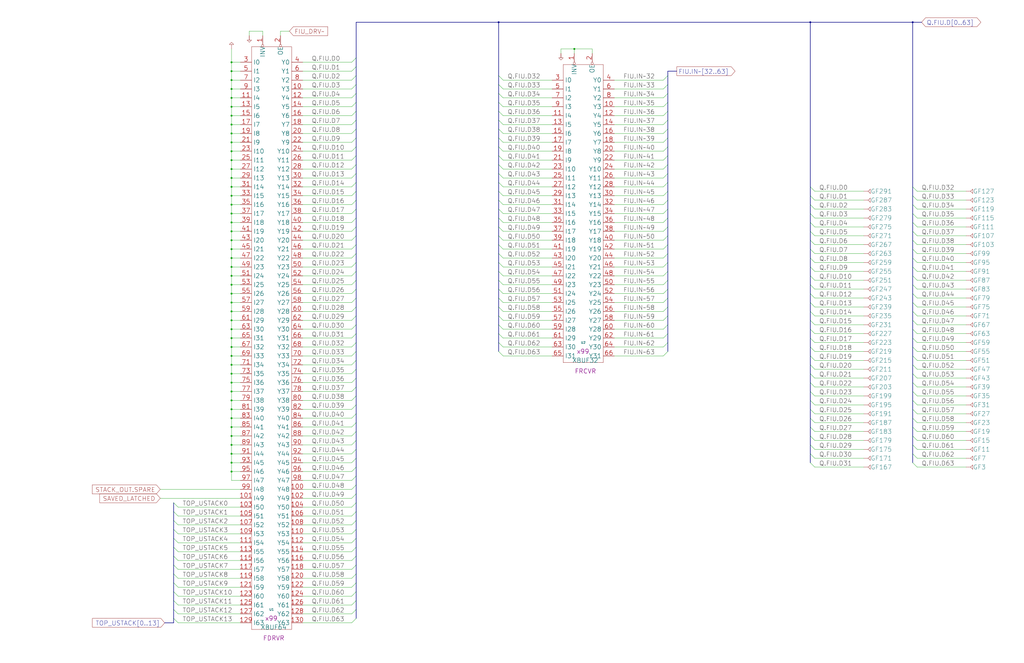
<source format=kicad_sch>
(kicad_sch (version 20221206) (generator eeschema)
  (paper "User" 584.2 378.46)
  (title_block (title "FIU BUS TRANCEIVER\\nDATA PORTION") (date "22-MAY-90") (rev "1.0") (comment 1 "SEQUENCER") (comment 2 "232-003064") (comment 3 "S400") (comment 4 "RELEASED"))
  (junction (at 132.08 167.64))
  (junction (at 132.08 233.68))
  (junction (at 132.08 96.52))
  (junction (at 132.08 106.68))
  (junction (at 132.08 213.36))
  (junction (at 132.08 162.56))
  (junction (at 132.08 203.2))
  (junction (at 132.08 121.92))
  (junction (at 132.08 55.88))
  (junction (at 132.08 259.08))
  (junction (at 327.66 27.94))
  (junction (at 132.08 71.12))
  (junction (at 132.08 35.56))
  (junction (at 132.08 101.6))
  (junction (at 132.08 187.96))
  (junction (at 132.08 218.44))
  (junction (at 520.7 12.7))
  (junction (at 132.08 76.2))
  (junction (at 284.48 12.7))
  (junction (at 132.08 81.28))
  (junction (at 132.08 60.96))
  (junction (at 132.08 86.36))
  (junction (at 132.08 137.16))
  (junction (at 132.08 228.6))
  (junction (at 132.08 208.28))
  (junction (at 132.08 40.64))
  (junction (at 132.08 269.24))
  (junction (at 132.08 116.84))
  (junction (at 132.08 264.16))
  (junction (at 132.08 193.04))
  (junction (at 132.08 182.88))
  (junction (at 132.08 254))
  (junction (at 132.08 177.8))
  (junction (at 132.08 66.04))
  (junction (at 132.08 45.72))
  (junction (at 132.08 243.84))
  (junction (at 132.08 142.24))
  (junction (at 132.08 152.4))
  (junction (at 132.08 147.32))
  (junction (at 132.08 223.52))
  (junction (at 132.08 132.08))
  (junction (at 132.08 198.12))
  (junction (at 132.08 91.44))
  (junction (at 132.08 248.92))
  (junction (at 132.08 172.72))
  (junction (at 132.08 238.76))
  (junction (at 132.08 157.48))
  (junction (at 132.08 111.76))
  (junction (at 132.08 50.8))
  (junction (at 462.28 12.7))
  (junction (at 132.08 127))
  (bus_entry (at 381 149.86) (size -2.54 2.54))
  (bus_entry (at 203.2 104.14) (size -2.54 2.54))
  (bus_entry (at 203.2 347.98) (size -2.54 2.54))
  (bus_entry (at 284.48 165.1) (size 2.54 2.54))
  (bus_entry (at 203.2 246.38) (size -2.54 2.54))
  (bus_entry (at 520.7 106.68) (size 2.54 2.54))
  (bus_entry (at 284.48 48.26) (size 2.54 2.54))
  (bus_entry (at 462.28 132.08) (size 2.54 2.54))
  (bus_entry (at 284.48 160.02) (size 2.54 2.54))
  (bus_entry (at 203.2 200.66) (size -2.54 2.54))
  (bus_entry (at 203.2 119.38) (size -2.54 2.54))
  (bus_entry (at 381 129.54) (size -2.54 2.54))
  (bus_entry (at 284.48 170.18) (size 2.54 2.54))
  (bus_entry (at 381 180.34) (size -2.54 2.54))
  (bus_entry (at 99.06 317.5) (size 2.54 2.54))
  (bus_entry (at 203.2 78.74) (size -2.54 2.54))
  (bus_entry (at 520.7 187.96) (size 2.54 2.54))
  (bus_entry (at 99.06 312.42) (size 2.54 2.54))
  (bus_entry (at 520.7 248.92) (size 2.54 2.54))
  (bus_entry (at 520.7 198.12) (size 2.54 2.54))
  (bus_entry (at 99.06 347.98) (size 2.54 2.54))
  (bus_entry (at 203.2 144.78) (size -2.54 2.54))
  (bus_entry (at 99.06 292.1) (size 2.54 2.54))
  (bus_entry (at 203.2 139.7) (size -2.54 2.54))
  (bus_entry (at 203.2 231.14) (size -2.54 2.54))
  (bus_entry (at 99.06 342.9) (size 2.54 2.54))
  (bus_entry (at 284.48 58.42) (size 2.54 2.54))
  (bus_entry (at 381 48.26) (size -2.54 2.54))
  (bus_entry (at 462.28 167.64) (size 2.54 2.54))
  (bus_entry (at 203.2 236.22) (size -2.54 2.54))
  (bus_entry (at 381 63.5) (size -2.54 2.54))
  (bus_entry (at 99.06 297.18) (size 2.54 2.54))
  (bus_entry (at 520.7 157.48) (size 2.54 2.54))
  (bus_entry (at 520.7 142.24) (size 2.54 2.54))
  (bus_entry (at 520.7 243.84) (size 2.54 2.54))
  (bus_entry (at 520.7 111.76) (size 2.54 2.54))
  (bus_entry (at 203.2 287.02) (size -2.54 2.54))
  (bus_entry (at 520.7 264.16) (size 2.54 2.54))
  (bus_entry (at 462.28 121.92) (size 2.54 2.54))
  (bus_entry (at 520.7 167.64) (size 2.54 2.54))
  (bus_entry (at 462.28 233.68) (size 2.54 2.54))
  (bus_entry (at 462.28 106.68) (size 2.54 2.54))
  (bus_entry (at 381 73.66) (size -2.54 2.54))
  (bus_entry (at 284.48 134.62) (size 2.54 2.54))
  (bus_entry (at 284.48 88.9) (size 2.54 2.54))
  (bus_entry (at 462.28 198.12) (size 2.54 2.54))
  (bus_entry (at 462.28 116.84) (size 2.54 2.54))
  (bus_entry (at 520.7 213.36) (size 2.54 2.54))
  (bus_entry (at 203.2 302.26) (size -2.54 2.54))
  (bus_entry (at 203.2 83.82) (size -2.54 2.54))
  (bus_entry (at 203.2 276.86) (size -2.54 2.54))
  (bus_entry (at 203.2 129.54) (size -2.54 2.54))
  (bus_entry (at 203.2 337.82) (size -2.54 2.54))
  (bus_entry (at 462.28 142.24) (size 2.54 2.54))
  (bus_entry (at 284.48 104.14) (size 2.54 2.54))
  (bus_entry (at 381 104.14) (size -2.54 2.54))
  (bus_entry (at 520.7 121.92) (size 2.54 2.54))
  (bus_entry (at 99.06 302.26) (size 2.54 2.54))
  (bus_entry (at 462.28 157.48) (size 2.54 2.54))
  (bus_entry (at 203.2 205.74) (size -2.54 2.54))
  (bus_entry (at 203.2 88.9) (size -2.54 2.54))
  (bus_entry (at 284.48 93.98) (size 2.54 2.54))
  (bus_entry (at 99.06 307.34) (size 2.54 2.54))
  (bus_entry (at 381 114.3) (size -2.54 2.54))
  (bus_entry (at 203.2 99.06) (size -2.54 2.54))
  (bus_entry (at 462.28 187.96) (size 2.54 2.54))
  (bus_entry (at 203.2 53.34) (size -2.54 2.54))
  (bus_entry (at 381 109.22) (size -2.54 2.54))
  (bus_entry (at 203.2 312.42) (size -2.54 2.54))
  (bus_entry (at 462.28 152.4) (size 2.54 2.54))
  (bus_entry (at 462.28 218.44) (size 2.54 2.54))
  (bus_entry (at 381 68.58) (size -2.54 2.54))
  (bus_entry (at 381 43.18) (size -2.54 2.54))
  (bus_entry (at 284.48 149.86) (size 2.54 2.54))
  (bus_entry (at 462.28 177.8) (size 2.54 2.54))
  (bus_entry (at 203.2 63.5) (size -2.54 2.54))
  (bus_entry (at 520.7 218.44) (size 2.54 2.54))
  (bus_entry (at 203.2 170.18) (size -2.54 2.54))
  (bus_entry (at 284.48 43.18) (size 2.54 2.54))
  (bus_entry (at 520.7 223.52) (size 2.54 2.54))
  (bus_entry (at 284.48 68.58) (size 2.54 2.54))
  (bus_entry (at 462.28 208.28) (size 2.54 2.54))
  (bus_entry (at 462.28 259.08) (size 2.54 2.54))
  (bus_entry (at 203.2 195.58) (size -2.54 2.54))
  (bus_entry (at 203.2 210.82) (size -2.54 2.54))
  (bus_entry (at 284.48 53.34) (size 2.54 2.54))
  (bus_entry (at 99.06 353.06) (size 2.54 2.54))
  (bus_entry (at 520.7 152.4) (size 2.54 2.54))
  (bus_entry (at 520.7 177.8) (size 2.54 2.54))
  (bus_entry (at 381 124.46) (size -2.54 2.54))
  (bus_entry (at 284.48 109.22) (size 2.54 2.54))
  (bus_entry (at 520.7 132.08) (size 2.54 2.54))
  (bus_entry (at 203.2 317.5) (size -2.54 2.54))
  (bus_entry (at 284.48 195.58) (size 2.54 2.54))
  (bus_entry (at 203.2 154.94) (size -2.54 2.54))
  (bus_entry (at 203.2 292.1) (size -2.54 2.54))
  (bus_entry (at 381 195.58) (size -2.54 2.54))
  (bus_entry (at 203.2 220.98) (size -2.54 2.54))
  (bus_entry (at 381 93.98) (size -2.54 2.54))
  (bus_entry (at 284.48 124.46) (size 2.54 2.54))
  (bus_entry (at 99.06 327.66) (size 2.54 2.54))
  (bus_entry (at 462.28 147.32) (size 2.54 2.54))
  (bus_entry (at 203.2 114.3) (size -2.54 2.54))
  (bus_entry (at 520.7 182.88) (size 2.54 2.54))
  (bus_entry (at 203.2 226.06) (size -2.54 2.54))
  (bus_entry (at 203.2 48.26) (size -2.54 2.54))
  (bus_entry (at 203.2 149.86) (size -2.54 2.54))
  (bus_entry (at 203.2 185.42) (size -2.54 2.54))
  (bus_entry (at 381 134.62) (size -2.54 2.54))
  (bus_entry (at 284.48 114.3) (size 2.54 2.54))
  (bus_entry (at 520.7 127) (size 2.54 2.54))
  (bus_entry (at 462.28 238.76) (size 2.54 2.54))
  (bus_entry (at 203.2 160.02) (size -2.54 2.54))
  (bus_entry (at 520.7 233.68) (size 2.54 2.54))
  (bus_entry (at 203.2 33.02) (size -2.54 2.54))
  (bus_entry (at 99.06 332.74) (size 2.54 2.54))
  (bus_entry (at 462.28 162.56) (size 2.54 2.54))
  (bus_entry (at 381 83.82) (size -2.54 2.54))
  (bus_entry (at 203.2 241.3) (size -2.54 2.54))
  (bus_entry (at 284.48 154.94) (size 2.54 2.54))
  (bus_entry (at 203.2 307.34) (size -2.54 2.54))
  (bus_entry (at 203.2 261.62) (size -2.54 2.54))
  (bus_entry (at 462.28 254) (size 2.54 2.54))
  (bus_entry (at 284.48 119.38) (size 2.54 2.54))
  (bus_entry (at 284.48 180.34) (size 2.54 2.54))
  (bus_entry (at 284.48 78.74) (size 2.54 2.54))
  (bus_entry (at 520.7 137.16) (size 2.54 2.54))
  (bus_entry (at 381 165.1) (size -2.54 2.54))
  (bus_entry (at 520.7 203.2) (size 2.54 2.54))
  (bus_entry (at 520.7 259.08) (size 2.54 2.54))
  (bus_entry (at 520.7 147.32) (size 2.54 2.54))
  (bus_entry (at 284.48 144.78) (size 2.54 2.54))
  (bus_entry (at 520.7 254) (size 2.54 2.54))
  (bus_entry (at 462.28 182.88) (size 2.54 2.54))
  (bus_entry (at 284.48 83.82) (size 2.54 2.54))
  (bus_entry (at 284.48 73.66) (size 2.54 2.54))
  (bus_entry (at 520.7 193.04) (size 2.54 2.54))
  (bus_entry (at 381 58.42) (size -2.54 2.54))
  (bus_entry (at 203.2 353.06) (size -2.54 2.54))
  (bus_entry (at 203.2 271.78) (size -2.54 2.54))
  (bus_entry (at 462.28 248.92) (size 2.54 2.54))
  (bus_entry (at 284.48 185.42) (size 2.54 2.54))
  (bus_entry (at 462.28 127) (size 2.54 2.54))
  (bus_entry (at 203.2 124.46) (size -2.54 2.54))
  (bus_entry (at 203.2 297.18) (size -2.54 2.54))
  (bus_entry (at 284.48 175.26) (size 2.54 2.54))
  (bus_entry (at 203.2 190.5) (size -2.54 2.54))
  (bus_entry (at 284.48 190.5) (size 2.54 2.54))
  (bus_entry (at 284.48 129.54) (size 2.54 2.54))
  (bus_entry (at 381 139.7) (size -2.54 2.54))
  (bus_entry (at 520.7 238.76) (size 2.54 2.54))
  (bus_entry (at 381 160.02) (size -2.54 2.54))
  (bus_entry (at 284.48 139.7) (size 2.54 2.54))
  (bus_entry (at 99.06 287.02) (size 2.54 2.54))
  (bus_entry (at 462.28 203.2) (size 2.54 2.54))
  (bus_entry (at 462.28 228.6) (size 2.54 2.54))
  (bus_entry (at 381 53.34) (size -2.54 2.54))
  (bus_entry (at 203.2 266.7) (size -2.54 2.54))
  (bus_entry (at 381 200.66) (size -2.54 2.54))
  (bus_entry (at 520.7 162.56) (size 2.54 2.54))
  (bus_entry (at 462.28 193.04) (size 2.54 2.54))
  (bus_entry (at 381 185.42) (size -2.54 2.54))
  (bus_entry (at 520.7 228.6) (size 2.54 2.54))
  (bus_entry (at 462.28 111.76) (size 2.54 2.54))
  (bus_entry (at 520.7 116.84) (size 2.54 2.54))
  (bus_entry (at 284.48 63.5) (size 2.54 2.54))
  (bus_entry (at 203.2 165.1) (size -2.54 2.54))
  (bus_entry (at 381 119.38) (size -2.54 2.54))
  (bus_entry (at 203.2 134.62) (size -2.54 2.54))
  (bus_entry (at 462.28 213.36) (size 2.54 2.54))
  (bus_entry (at 203.2 109.22) (size -2.54 2.54))
  (bus_entry (at 462.28 137.16) (size 2.54 2.54))
  (bus_entry (at 203.2 332.74) (size -2.54 2.54))
  (bus_entry (at 462.28 264.16) (size 2.54 2.54))
  (bus_entry (at 203.2 215.9) (size -2.54 2.54))
  (bus_entry (at 203.2 256.54) (size -2.54 2.54))
  (bus_entry (at 203.2 73.66) (size -2.54 2.54))
  (bus_entry (at 99.06 322.58) (size 2.54 2.54))
  (bus_entry (at 381 154.94) (size -2.54 2.54))
  (bus_entry (at 462.28 243.84) (size 2.54 2.54))
  (bus_entry (at 203.2 38.1) (size -2.54 2.54))
  (bus_entry (at 462.28 223.52) (size 2.54 2.54))
  (bus_entry (at 203.2 342.9) (size -2.54 2.54))
  (bus_entry (at 520.7 208.28) (size 2.54 2.54))
  (bus_entry (at 381 170.18) (size -2.54 2.54))
  (bus_entry (at 203.2 43.18) (size -2.54 2.54))
  (bus_entry (at 203.2 180.34) (size -2.54 2.54))
  (bus_entry (at 203.2 322.58) (size -2.54 2.54))
  (bus_entry (at 381 190.5) (size -2.54 2.54))
  (bus_entry (at 203.2 175.26) (size -2.54 2.54))
  (bus_entry (at 381 175.26) (size -2.54 2.54))
  (bus_entry (at 203.2 93.98) (size -2.54 2.54))
  (bus_entry (at 203.2 327.66) (size -2.54 2.54))
  (bus_entry (at 203.2 68.58) (size -2.54 2.54))
  (bus_entry (at 462.28 172.72) (size 2.54 2.54))
  (bus_entry (at 381 78.74) (size -2.54 2.54))
  (bus_entry (at 99.06 337.82) (size 2.54 2.54))
  (bus_entry (at 520.7 172.72) (size 2.54 2.54))
  (bus_entry (at 203.2 58.42) (size -2.54 2.54))
  (bus_entry (at 203.2 251.46) (size -2.54 2.54))
  (bus_entry (at 203.2 281.94) (size -2.54 2.54))
  (bus_entry (at 381 99.06) (size -2.54 2.54))
  (bus_entry (at 381 144.78) (size -2.54 2.54))
  (bus_entry (at 284.48 200.66) (size 2.54 2.54))
  (bus_entry (at 381 88.9) (size -2.54 2.54))
  (bus_entry (at 284.48 99.06) (size 2.54 2.54))
  (bus (pts (xy 381 180.34) (xy 381 185.42)))
  (wire (pts (xy 132.08 45.72) (xy 137.16 45.72)))
  (bus (pts (xy 462.28 121.92) (xy 462.28 127)))
  (wire (pts (xy 523.24 256.54) (xy 551.18 256.54)))
  (wire (pts (xy 101.6 350.52) (xy 137.16 350.52)))
  (wire (pts (xy 132.08 127) (xy 132.08 132.08)))
  (bus (pts (xy 203.2 124.46) (xy 203.2 129.54)))
  (wire (pts (xy 132.08 167.64) (xy 132.08 172.72)))
  (bus (pts (xy 462.28 218.44) (xy 462.28 223.52)))
  (wire (pts (xy 350.52 127) (xy 378.46 127)))
  (bus (pts (xy 99.06 327.66) (xy 99.06 322.58)))
  (wire (pts (xy 101.6 335.28) (xy 137.16 335.28)))
  (bus (pts (xy 381 160.02) (xy 381 165.1)))
  (wire (pts (xy 200.66 137.16) (xy 172.72 137.16)))
  (wire (pts (xy 132.08 182.88) (xy 137.16 182.88)))
  (wire (pts (xy 350.52 91.44) (xy 378.46 91.44)))
  (wire (pts (xy 101.6 289.56) (xy 137.16 289.56)))
  (bus (pts (xy 203.2 83.82) (xy 203.2 88.9)))
  (wire (pts (xy 350.52 157.48) (xy 378.46 157.48)))
  (wire (pts (xy 200.66 223.52) (xy 172.72 223.52)))
  (wire (pts (xy 464.82 185.42) (xy 492.76 185.42)))
  (wire (pts (xy 464.82 124.46) (xy 492.76 124.46)))
  (wire (pts (xy 523.24 185.42) (xy 551.18 185.42)))
  (bus (pts (xy 203.2 195.58) (xy 203.2 190.5)))
  (wire (pts (xy 350.52 162.56) (xy 378.46 162.56)))
  (wire (pts (xy 523.24 160.02) (xy 551.18 160.02)))
  (bus (pts (xy 203.2 246.38) (xy 203.2 251.46)))
  (bus (pts (xy 99.06 307.34) (xy 99.06 312.42)))
  (bus (pts (xy 203.2 134.62) (xy 203.2 139.7)))
  (wire (pts (xy 132.08 243.84) (xy 132.08 248.92)))
  (wire (pts (xy 464.82 236.22) (xy 492.76 236.22)))
  (wire (pts (xy 350.52 152.4) (xy 378.46 152.4)))
  (wire (pts (xy 132.08 259.08) (xy 137.16 259.08)))
  (wire (pts (xy 132.08 223.52) (xy 132.08 228.6)))
  (wire (pts (xy 200.66 71.12) (xy 172.72 71.12)))
  (wire (pts (xy 464.82 180.34) (xy 492.76 180.34)))
  (bus (pts (xy 203.2 53.34) (xy 203.2 58.42)))
  (wire (pts (xy 523.24 266.7) (xy 551.18 266.7)))
  (wire (pts (xy 337.82 27.94) (xy 327.66 27.94)))
  (wire (pts (xy 200.66 162.56) (xy 172.72 162.56)))
  (wire (pts (xy 132.08 167.64) (xy 137.16 167.64)))
  (bus (pts (xy 203.2 109.22) (xy 203.2 114.3)))
  (bus (pts (xy 99.06 307.34) (xy 99.06 302.26)))
  (wire (pts (xy 523.24 200.66) (xy 551.18 200.66)))
  (wire (pts (xy 523.24 154.94) (xy 551.18 154.94)))
  (wire (pts (xy 132.08 152.4) (xy 132.08 157.48)))
  (wire (pts (xy 350.52 60.96) (xy 378.46 60.96)))
  (bus (pts (xy 386.08 40.64) (xy 381 40.64)))
  (wire (pts (xy 132.08 208.28) (xy 132.08 213.36)))
  (wire (pts (xy 523.24 180.34) (xy 551.18 180.34)))
  (wire (pts (xy 350.52 76.2) (xy 378.46 76.2)))
  (wire (pts (xy 101.6 304.8) (xy 137.16 304.8)))
  (wire (pts (xy 132.08 137.16) (xy 137.16 137.16)))
  (bus (pts (xy 520.7 198.12) (xy 520.7 203.2)))
  (bus (pts (xy 520.7 228.6) (xy 520.7 233.68)))
  (bus (pts (xy 203.2 226.06) (xy 203.2 231.14)))
  (bus (pts (xy 203.2 73.66) (xy 203.2 78.74)))
  (bus (pts (xy 381 185.42) (xy 381 190.5)))
  (wire (pts (xy 200.66 254) (xy 172.72 254)))
  (wire (pts (xy 350.52 167.64) (xy 378.46 167.64)))
  (bus (pts (xy 520.7 223.52) (xy 520.7 228.6)))
  (bus (pts (xy 203.2 180.34) (xy 203.2 185.42)))
  (wire (pts (xy 200.66 335.28) (xy 172.72 335.28)))
  (bus (pts (xy 284.48 170.18) (xy 284.48 175.26)))
  (wire (pts (xy 287.02 116.84) (xy 314.96 116.84)))
  (wire (pts (xy 464.82 195.58) (xy 492.76 195.58)))
  (wire (pts (xy 350.52 182.88) (xy 378.46 182.88)))
  (bus (pts (xy 520.7 203.2) (xy 520.7 208.28)))
  (wire (pts (xy 523.24 210.82) (xy 551.18 210.82)))
  (bus (pts (xy 203.2 129.54) (xy 203.2 134.62)))
  (wire (pts (xy 287.02 127) (xy 314.96 127)))
  (bus (pts (xy 462.28 187.96) (xy 462.28 193.04)))
  (wire (pts (xy 523.24 119.38) (xy 551.18 119.38)))
  (bus (pts (xy 203.2 342.9) (xy 203.2 347.98)))
  (bus (pts (xy 520.7 132.08) (xy 520.7 137.16)))
  (wire (pts (xy 523.24 205.74) (xy 551.18 205.74)))
  (wire (pts (xy 200.66 330.2) (xy 172.72 330.2)))
  (wire (pts (xy 200.66 35.56) (xy 172.72 35.56)))
  (wire (pts (xy 287.02 193.04) (xy 314.96 193.04)))
  (bus (pts (xy 203.2 170.18) (xy 203.2 165.1)))
  (wire (pts (xy 101.6 355.6) (xy 137.16 355.6)))
  (bus (pts (xy 203.2 175.26) (xy 203.2 170.18)))
  (bus (pts (xy 99.06 287.02) (xy 99.06 292.1)))
  (bus (pts (xy 462.28 193.04) (xy 462.28 198.12)))
  (bus (pts (xy 284.48 139.7) (xy 284.48 144.78)))
  (wire (pts (xy 464.82 114.3) (xy 492.76 114.3)))
  (wire (pts (xy 132.08 162.56) (xy 132.08 167.64)))
  (bus (pts (xy 203.2 139.7) (xy 203.2 144.78)))
  (wire (pts (xy 132.08 40.64) (xy 137.16 40.64)))
  (wire (pts (xy 200.66 152.4) (xy 172.72 152.4)))
  (wire (pts (xy 523.24 241.3) (xy 551.18 241.3)))
  (wire (pts (xy 137.16 238.76) (xy 132.08 238.76)))
  (wire (pts (xy 200.66 340.36) (xy 172.72 340.36)))
  (wire (pts (xy 132.08 147.32) (xy 137.16 147.32)))
  (wire (pts (xy 464.82 190.5) (xy 492.76 190.5)))
  (bus (pts (xy 381 119.38) (xy 381 124.46)))
  (wire (pts (xy 132.08 208.28) (xy 137.16 208.28)))
  (wire (pts (xy 132.08 86.36) (xy 137.16 86.36)))
  (wire (pts (xy 523.24 226.06) (xy 551.18 226.06)))
  (bus (pts (xy 203.2 12.7) (xy 284.48 12.7)))
  (wire (pts (xy 200.66 208.28) (xy 172.72 208.28)))
  (wire (pts (xy 523.24 149.86) (xy 551.18 149.86)))
  (wire (pts (xy 132.08 243.84) (xy 137.16 243.84)))
  (wire (pts (xy 132.08 71.12) (xy 137.16 71.12)))
  (wire (pts (xy 200.66 111.76) (xy 172.72 111.76)))
  (bus (pts (xy 284.48 175.26) (xy 284.48 180.34)))
  (bus (pts (xy 462.28 213.36) (xy 462.28 218.44)))
  (bus (pts (xy 99.06 317.5) (xy 99.06 322.58)))
  (bus (pts (xy 284.48 73.66) (xy 284.48 78.74)))
  (wire (pts (xy 160.02 17.78) (xy 160.02 20.32)))
  (wire (pts (xy 132.08 182.88) (xy 132.08 187.96)))
  (wire (pts (xy 132.08 264.16) (xy 137.16 264.16)))
  (bus (pts (xy 381 124.46) (xy 381 129.54)))
  (bus (pts (xy 381 63.5) (xy 381 68.58)))
  (wire (pts (xy 464.82 246.38) (xy 492.76 246.38)))
  (wire (pts (xy 132.08 248.92) (xy 132.08 254)))
  (wire (pts (xy 287.02 60.96) (xy 314.96 60.96)))
  (wire (pts (xy 287.02 86.36) (xy 314.96 86.36)))
  (wire (pts (xy 200.66 50.8) (xy 172.72 50.8)))
  (wire (pts (xy 132.08 157.48) (xy 132.08 162.56)))
  (wire (pts (xy 523.24 195.58) (xy 551.18 195.58)))
  (bus (pts (xy 203.2 78.74) (xy 203.2 83.82)))
  (wire (pts (xy 523.24 215.9) (xy 551.18 215.9)))
  (wire (pts (xy 287.02 121.92) (xy 314.96 121.92)))
  (bus (pts (xy 462.28 248.92) (xy 462.28 254)))
  (bus (pts (xy 203.2 114.3) (xy 203.2 119.38)))
  (bus (pts (xy 284.48 58.42) (xy 284.48 63.5)))
  (wire (pts (xy 523.24 236.22) (xy 551.18 236.22)))
  (wire (pts (xy 200.66 238.76) (xy 172.72 238.76)))
  (bus (pts (xy 520.7 177.8) (xy 520.7 182.88)))
  (wire (pts (xy 287.02 91.44) (xy 314.96 91.44)))
  (bus (pts (xy 99.06 297.18) (xy 99.06 292.1)))
  (wire (pts (xy 132.08 50.8) (xy 132.08 55.88)))
  (bus (pts (xy 462.28 167.64) (xy 462.28 172.72)))
  (wire (pts (xy 523.24 220.98) (xy 551.18 220.98)))
  (wire (pts (xy 132.08 259.08) (xy 132.08 264.16)))
  (bus (pts (xy 99.06 347.98) (xy 99.06 353.06)))
  (bus (pts (xy 284.48 53.34) (xy 284.48 58.42)))
  (wire (pts (xy 132.08 106.68) (xy 137.16 106.68)))
  (wire (pts (xy 464.82 160.02) (xy 492.76 160.02)))
  (wire (pts (xy 200.66 269.24) (xy 172.72 269.24)))
  (bus (pts (xy 203.2 93.98) (xy 203.2 99.06)))
  (wire (pts (xy 132.08 152.4) (xy 137.16 152.4)))
  (wire (pts (xy 200.66 193.04) (xy 172.72 193.04)))
  (bus (pts (xy 203.2 154.94) (xy 203.2 160.02)))
  (bus (pts (xy 381 134.62) (xy 381 139.7)))
  (wire (pts (xy 200.66 284.48) (xy 172.72 284.48)))
  (wire (pts (xy 132.08 254) (xy 137.16 254)))
  (wire (pts (xy 132.08 91.44) (xy 137.16 91.44)))
  (bus (pts (xy 462.28 172.72) (xy 462.28 177.8)))
  (wire (pts (xy 523.24 134.62) (xy 551.18 134.62)))
  (wire (pts (xy 200.66 142.24) (xy 172.72 142.24)))
  (wire (pts (xy 523.24 124.46) (xy 551.18 124.46)))
  (wire (pts (xy 200.66 233.68) (xy 172.72 233.68)))
  (bus (pts (xy 99.06 332.74) (xy 99.06 327.66)))
  (bus (pts (xy 203.2 322.58) (xy 203.2 327.66)))
  (wire (pts (xy 200.66 309.88) (xy 172.72 309.88)))
  (bus (pts (xy 381 83.82) (xy 381 88.9)))
  (wire (pts (xy 132.08 35.56) (xy 132.08 40.64)))
  (wire (pts (xy 287.02 132.08) (xy 314.96 132.08)))
  (wire (pts (xy 200.66 182.88) (xy 172.72 182.88)))
  (bus (pts (xy 462.28 208.28) (xy 462.28 213.36)))
  (wire (pts (xy 132.08 111.76) (xy 132.08 116.84)))
  (bus (pts (xy 203.2 99.06) (xy 203.2 104.14)))
  (wire (pts (xy 350.52 106.68) (xy 378.46 106.68)))
  (bus (pts (xy 203.2 205.74) (xy 203.2 210.82)))
  (wire (pts (xy 287.02 172.72) (xy 314.96 172.72)))
  (wire (pts (xy 320.04 30.48) (xy 320.04 27.94)))
  (wire (pts (xy 287.02 137.16) (xy 314.96 137.16)))
  (wire (pts (xy 101.6 345.44) (xy 137.16 345.44)))
  (bus (pts (xy 203.2 251.46) (xy 203.2 256.54)))
  (bus (pts (xy 520.7 248.92) (xy 520.7 254)))
  (bus (pts (xy 284.48 12.7) (xy 284.48 43.18)))
  (bus (pts (xy 462.28 243.84) (xy 462.28 248.92)))
  (bus (pts (xy 284.48 144.78) (xy 284.48 149.86)))
  (bus (pts (xy 462.28 203.2) (xy 462.28 208.28)))
  (bus (pts (xy 520.7 157.48) (xy 520.7 162.56)))
  (bus (pts (xy 381 88.9) (xy 381 93.98)))
  (wire (pts (xy 132.08 86.36) (xy 132.08 91.44)))
  (bus (pts (xy 203.2 327.66) (xy 203.2 332.74)))
  (bus (pts (xy 99.06 337.82) (xy 99.06 332.74)))
  (bus (pts (xy 520.7 243.84) (xy 520.7 248.92)))
  (wire (pts (xy 200.66 101.6) (xy 172.72 101.6)))
  (bus (pts (xy 462.28 238.76) (xy 462.28 243.84)))
  (wire (pts (xy 132.08 187.96) (xy 137.16 187.96)))
  (wire (pts (xy 137.16 76.2) (xy 132.08 76.2)))
  (wire (pts (xy 101.6 309.88) (xy 137.16 309.88)))
  (bus (pts (xy 203.2 347.98) (xy 203.2 353.06)))
  (wire (pts (xy 132.08 121.92) (xy 137.16 121.92)))
  (bus (pts (xy 381 43.18) (xy 381 48.26)))
  (bus (pts (xy 284.48 160.02) (xy 284.48 165.1)))
  (bus (pts (xy 99.06 337.82) (xy 99.06 342.9)))
  (wire (pts (xy 350.52 96.52) (xy 378.46 96.52)))
  (wire (pts (xy 350.52 142.24) (xy 378.46 142.24)))
  (wire (pts (xy 287.02 152.4) (xy 314.96 152.4)))
  (wire (pts (xy 287.02 55.88) (xy 314.96 55.88)))
  (wire (pts (xy 350.52 137.16) (xy 378.46 137.16)))
  (bus (pts (xy 203.2 241.3) (xy 203.2 246.38)))
  (bus (pts (xy 284.48 63.5) (xy 284.48 68.58)))
  (bus (pts (xy 462.28 147.32) (xy 462.28 152.4)))
  (wire (pts (xy 350.52 203.2) (xy 378.46 203.2)))
  (wire (pts (xy 132.08 55.88) (xy 137.16 55.88)))
  (wire (pts (xy 200.66 55.88) (xy 172.72 55.88)))
  (wire (pts (xy 200.66 91.44) (xy 172.72 91.44)))
  (wire (pts (xy 200.66 81.28) (xy 172.72 81.28)))
  (wire (pts (xy 132.08 132.08) (xy 137.16 132.08)))
  (wire (pts (xy 287.02 106.68) (xy 314.96 106.68)))
  (bus (pts (xy 520.7 167.64) (xy 520.7 172.72)))
  (wire (pts (xy 287.02 101.6) (xy 314.96 101.6)))
  (bus (pts (xy 284.48 180.34) (xy 284.48 185.42)))
  (wire (pts (xy 464.82 226.06) (xy 492.76 226.06)))
  (wire (pts (xy 287.02 198.12) (xy 314.96 198.12)))
  (bus (pts (xy 203.2 185.42) (xy 203.2 190.5)))
  (bus (pts (xy 520.7 208.28) (xy 520.7 213.36)))
  (wire (pts (xy 464.82 109.22) (xy 492.76 109.22)))
  (wire (pts (xy 200.66 320.04) (xy 172.72 320.04)))
  (bus (pts (xy 99.06 297.18) (xy 99.06 302.26)))
  (wire (pts (xy 327.66 27.94) (xy 327.66 30.48)))
  (wire (pts (xy 350.52 177.8) (xy 378.46 177.8)))
  (wire (pts (xy 132.08 96.52) (xy 137.16 96.52)))
  (bus (pts (xy 462.28 111.76) (xy 462.28 116.84)))
  (bus (pts (xy 203.2 266.7) (xy 203.2 271.78)))
  (bus (pts (xy 99.06 342.9) (xy 99.06 347.98)))
  (bus (pts (xy 284.48 93.98) (xy 284.48 99.06)))
  (bus (pts (xy 203.2 175.26) (xy 203.2 180.34)))
  (wire (pts (xy 464.82 154.94) (xy 492.76 154.94)))
  (wire (pts (xy 101.6 299.72) (xy 137.16 299.72)))
  (wire (pts (xy 132.08 66.04) (xy 132.08 71.12)))
  (wire (pts (xy 132.08 27.94) (xy 132.08 35.56)))
  (bus (pts (xy 462.28 106.68) (xy 462.28 111.76)))
  (wire (pts (xy 200.66 157.48) (xy 172.72 157.48)))
  (wire (pts (xy 200.66 243.84) (xy 172.72 243.84)))
  (wire (pts (xy 132.08 223.52) (xy 137.16 223.52)))
  (bus (pts (xy 203.2 210.82) (xy 203.2 215.9)))
  (wire (pts (xy 200.66 228.6) (xy 172.72 228.6)))
  (bus (pts (xy 381 165.1) (xy 381 170.18)))
  (bus (pts (xy 203.2 220.98) (xy 203.2 226.06)))
  (wire (pts (xy 287.02 167.64) (xy 314.96 167.64)))
  (wire (pts (xy 137.16 35.56) (xy 132.08 35.56)))
  (wire (pts (xy 464.82 129.54) (xy 492.76 129.54)))
  (wire (pts (xy 142.24 20.32) (xy 142.24 17.78)))
  (bus (pts (xy 203.2 332.74) (xy 203.2 337.82)))
  (bus (pts (xy 520.7 137.16) (xy 520.7 142.24)))
  (wire (pts (xy 132.08 116.84) (xy 132.08 121.92)))
  (bus (pts (xy 462.28 259.08) (xy 462.28 264.16)))
  (wire (pts (xy 132.08 147.32) (xy 132.08 152.4)))
  (wire (pts (xy 132.08 177.8) (xy 137.16 177.8)))
  (bus (pts (xy 203.2 302.26) (xy 203.2 307.34)))
  (wire (pts (xy 200.66 60.96) (xy 172.72 60.96)))
  (wire (pts (xy 200.66 76.2) (xy 172.72 76.2)))
  (wire (pts (xy 132.08 111.76) (xy 137.16 111.76)))
  (bus (pts (xy 381 154.94) (xy 381 160.02)))
  (bus (pts (xy 203.2 200.66) (xy 203.2 205.74)))
  (wire (pts (xy 132.08 228.6) (xy 132.08 233.68)))
  (wire (pts (xy 132.08 213.36) (xy 137.16 213.36)))
  (bus (pts (xy 284.48 78.74) (xy 284.48 83.82)))
  (bus (pts (xy 462.28 142.24) (xy 462.28 147.32)))
  (wire (pts (xy 132.08 142.24) (xy 132.08 147.32)))
  (bus (pts (xy 284.48 149.86) (xy 284.48 154.94)))
  (wire (pts (xy 132.08 40.64) (xy 132.08 45.72)))
  (wire (pts (xy 350.52 81.28) (xy 378.46 81.28)))
  (bus (pts (xy 203.2 317.5) (xy 203.2 322.58)))
  (wire (pts (xy 132.08 198.12) (xy 132.08 203.2)))
  (bus (pts (xy 381 104.14) (xy 381 109.22)))
  (wire (pts (xy 132.08 264.16) (xy 132.08 269.24)))
  (wire (pts (xy 523.24 246.38) (xy 551.18 246.38)))
  (wire (pts (xy 200.66 106.68) (xy 172.72 106.68)))
  (wire (pts (xy 523.24 144.78) (xy 551.18 144.78)))
  (wire (pts (xy 523.24 251.46) (xy 551.18 251.46)))
  (wire (pts (xy 91.44 279.4) (xy 137.16 279.4)))
  (bus (pts (xy 203.2 292.1) (xy 203.2 297.18)))
  (wire (pts (xy 200.66 248.92) (xy 172.72 248.92)))
  (wire (pts (xy 523.24 190.5) (xy 551.18 190.5)))
  (bus (pts (xy 284.48 88.9) (xy 284.48 93.98)))
  (bus (pts (xy 203.2 287.02) (xy 203.2 292.1)))
  (wire (pts (xy 200.66 187.96) (xy 172.72 187.96)))
  (bus (pts (xy 284.48 12.7) (xy 462.28 12.7)))
  (wire (pts (xy 132.08 193.04) (xy 132.08 198.12)))
  (wire (pts (xy 464.82 170.18) (xy 492.76 170.18)))
  (wire (pts (xy 132.08 106.68) (xy 132.08 111.76)))
  (wire (pts (xy 200.66 203.2) (xy 172.72 203.2)))
  (bus (pts (xy 520.7 127) (xy 520.7 132.08)))
  (wire (pts (xy 464.82 231.14) (xy 492.76 231.14)))
  (bus (pts (xy 520.7 187.96) (xy 520.7 193.04)))
  (wire (pts (xy 464.82 210.82) (xy 492.76 210.82)))
  (wire (pts (xy 287.02 182.88) (xy 314.96 182.88)))
  (wire (pts (xy 132.08 45.72) (xy 132.08 50.8)))
  (bus (pts (xy 381 195.58) (xy 381 200.66)))
  (wire (pts (xy 350.52 193.04) (xy 378.46 193.04)))
  (bus (pts (xy 203.2 119.38) (xy 203.2 124.46)))
  (bus (pts (xy 203.2 88.9) (xy 203.2 93.98)))
  (wire (pts (xy 287.02 142.24) (xy 314.96 142.24)))
  (wire (pts (xy 337.82 30.48) (xy 337.82 27.94)))
  (wire (pts (xy 132.08 101.6) (xy 137.16 101.6)))
  (wire (pts (xy 132.08 162.56) (xy 137.16 162.56)))
  (wire (pts (xy 200.66 172.72) (xy 172.72 172.72)))
  (wire (pts (xy 165.1 17.78) (xy 160.02 17.78)))
  (bus (pts (xy 203.2 307.34) (xy 203.2 312.42)))
  (bus (pts (xy 203.2 160.02) (xy 203.2 165.1)))
  (wire (pts (xy 350.52 55.88) (xy 378.46 55.88)))
  (wire (pts (xy 132.08 203.2) (xy 132.08 208.28)))
  (bus (pts (xy 462.28 228.6) (xy 462.28 233.68)))
  (wire (pts (xy 200.66 274.32) (xy 172.72 274.32)))
  (bus (pts (xy 284.48 119.38) (xy 284.48 124.46)))
  (wire (pts (xy 200.66 325.12) (xy 172.72 325.12)))
  (wire (pts (xy 200.66 213.36) (xy 172.72 213.36)))
  (bus (pts (xy 284.48 99.06) (xy 284.48 104.14)))
  (wire (pts (xy 287.02 76.2) (xy 314.96 76.2)))
  (bus (pts (xy 93.98 355.6) (xy 99.06 355.6)))
  (bus (pts (xy 203.2 297.18) (xy 203.2 302.26)))
  (wire (pts (xy 350.52 66.04) (xy 378.46 66.04)))
  (wire (pts (xy 137.16 116.84) (xy 132.08 116.84)))
  (wire (pts (xy 101.6 294.64) (xy 137.16 294.64)))
  (wire (pts (xy 101.6 325.12) (xy 137.16 325.12)))
  (wire (pts (xy 200.66 40.64) (xy 172.72 40.64)))
  (wire (pts (xy 350.52 71.12) (xy 378.46 71.12)))
  (wire (pts (xy 200.66 198.12) (xy 172.72 198.12)))
  (bus (pts (xy 284.48 185.42) (xy 284.48 190.5)))
  (wire (pts (xy 287.02 162.56) (xy 314.96 162.56)))
  (wire (pts (xy 464.82 149.86) (xy 492.76 149.86)))
  (wire (pts (xy 464.82 200.66) (xy 492.76 200.66)))
  (bus (pts (xy 203.2 104.14) (xy 203.2 109.22)))
  (wire (pts (xy 101.6 330.2) (xy 137.16 330.2)))
  (wire (pts (xy 200.66 314.96) (xy 172.72 314.96)))
  (bus (pts (xy 381 93.98) (xy 381 99.06)))
  (wire (pts (xy 101.6 314.96) (xy 137.16 314.96)))
  (bus (pts (xy 520.7 172.72) (xy 520.7 177.8)))
  (bus (pts (xy 520.7 254) (xy 520.7 259.08)))
  (wire (pts (xy 350.52 121.92) (xy 378.46 121.92)))
  (wire (pts (xy 287.02 177.8) (xy 314.96 177.8)))
  (bus (pts (xy 203.2 38.1) (xy 203.2 43.18)))
  (wire (pts (xy 523.24 129.54) (xy 551.18 129.54)))
  (wire (pts (xy 137.16 198.12) (xy 132.08 198.12)))
  (wire (pts (xy 320.04 27.94) (xy 327.66 27.94)))
  (bus (pts (xy 284.48 68.58) (xy 284.48 73.66)))
  (bus (pts (xy 520.7 12.7) (xy 525.78 12.7)))
  (wire (pts (xy 142.24 17.78) (xy 149.86 17.78)))
  (wire (pts (xy 464.82 256.54) (xy 492.76 256.54)))
  (wire (pts (xy 464.82 261.62) (xy 492.76 261.62)))
  (wire (pts (xy 132.08 127) (xy 137.16 127)))
  (wire (pts (xy 287.02 50.8) (xy 314.96 50.8)))
  (wire (pts (xy 464.82 241.3) (xy 492.76 241.3)))
  (wire (pts (xy 132.08 218.44) (xy 132.08 223.52)))
  (wire (pts (xy 200.66 304.8) (xy 172.72 304.8)))
  (bus (pts (xy 462.28 254) (xy 462.28 259.08)))
  (wire (pts (xy 464.82 251.46) (xy 492.76 251.46)))
  (wire (pts (xy 132.08 269.24) (xy 137.16 269.24)))
  (wire (pts (xy 91.44 284.48) (xy 137.16 284.48)))
  (wire (pts (xy 137.16 157.48) (xy 132.08 157.48)))
  (bus (pts (xy 520.7 147.32) (xy 520.7 152.4)))
  (wire (pts (xy 132.08 172.72) (xy 137.16 172.72)))
  (bus (pts (xy 99.06 317.5) (xy 99.06 312.42)))
  (bus (pts (xy 520.7 121.92) (xy 520.7 127)))
  (bus (pts (xy 203.2 48.26) (xy 203.2 53.34)))
  (wire (pts (xy 200.66 294.64) (xy 172.72 294.64)))
  (bus (pts (xy 284.48 114.3) (xy 284.48 119.38)))
  (wire (pts (xy 287.02 157.48) (xy 314.96 157.48)))
  (wire (pts (xy 523.24 139.7) (xy 551.18 139.7)))
  (wire (pts (xy 132.08 228.6) (xy 137.16 228.6)))
  (bus (pts (xy 381 48.26) (xy 381 53.34)))
  (wire (pts (xy 132.08 203.2) (xy 137.16 203.2)))
  (bus (pts (xy 203.2 337.82) (xy 203.2 342.9)))
  (wire (pts (xy 132.08 66.04) (xy 137.16 66.04)))
  (bus (pts (xy 203.2 256.54) (xy 203.2 261.62)))
  (bus (pts (xy 284.48 195.58) (xy 284.48 200.66)))
  (wire (pts (xy 350.52 187.96) (xy 378.46 187.96)))
  (bus (pts (xy 203.2 144.78) (xy 203.2 149.86)))
  (bus (pts (xy 284.48 134.62) (xy 284.48 139.7)))
  (wire (pts (xy 287.02 203.2) (xy 314.96 203.2)))
  (wire (pts (xy 149.86 17.78) (xy 149.86 20.32)))
  (bus (pts (xy 381 114.3) (xy 381 119.38)))
  (wire (pts (xy 132.08 218.44) (xy 137.16 218.44)))
  (bus (pts (xy 462.28 137.16) (xy 462.28 142.24)))
  (wire (pts (xy 200.66 218.44) (xy 172.72 218.44)))
  (bus (pts (xy 381 68.58) (xy 381 73.66)))
  (wire (pts (xy 350.52 86.36) (xy 378.46 86.36)))
  (wire (pts (xy 132.08 81.28) (xy 137.16 81.28)))
  (bus (pts (xy 381 53.34) (xy 381 58.42)))
  (bus (pts (xy 462.28 182.88) (xy 462.28 187.96)))
  (wire (pts (xy 132.08 60.96) (xy 137.16 60.96)))
  (wire (pts (xy 200.66 147.32) (xy 172.72 147.32)))
  (bus (pts (xy 520.7 259.08) (xy 520.7 264.16)))
  (wire (pts (xy 350.52 111.76) (xy 378.46 111.76)))
  (wire (pts (xy 132.08 96.52) (xy 132.08 101.6)))
  (bus (pts (xy 381 99.06) (xy 381 104.14)))
  (bus (pts (xy 284.48 83.82) (xy 284.48 88.9)))
  (wire (pts (xy 200.66 345.44) (xy 172.72 345.44)))
  (wire (pts (xy 523.24 175.26) (xy 551.18 175.26)))
  (bus (pts (xy 203.2 215.9) (xy 203.2 220.98)))
  (wire (pts (xy 200.66 177.8) (xy 172.72 177.8)))
  (bus (pts (xy 203.2 68.58) (xy 203.2 63.5)))
  (wire (pts (xy 287.02 45.72) (xy 314.96 45.72)))
  (bus (pts (xy 520.7 238.76) (xy 520.7 243.84)))
  (bus (pts (xy 520.7 12.7) (xy 520.7 106.68)))
  (bus (pts (xy 462.28 116.84) (xy 462.28 121.92)))
  (wire (pts (xy 200.66 132.08) (xy 172.72 132.08)))
  (bus (pts (xy 462.28 127) (xy 462.28 132.08)))
  (bus (pts (xy 203.2 236.22) (xy 203.2 241.3)))
  (bus (pts (xy 203.2 33.02) (xy 203.2 12.7)))
  (wire (pts (xy 132.08 137.16) (xy 132.08 142.24)))
  (wire (pts (xy 132.08 233.68) (xy 137.16 233.68)))
  (wire (pts (xy 287.02 66.04) (xy 314.96 66.04)))
  (wire (pts (xy 200.66 259.08) (xy 172.72 259.08)))
  (wire (pts (xy 523.24 231.14) (xy 551.18 231.14)))
  (bus (pts (xy 203.2 58.42) (xy 203.2 63.5)))
  (bus (pts (xy 381 109.22) (xy 381 114.3)))
  (wire (pts (xy 200.66 116.84) (xy 172.72 116.84)))
  (wire (pts (xy 132.08 213.36) (xy 132.08 218.44)))
  (bus (pts (xy 284.48 129.54) (xy 284.48 134.62)))
  (wire (pts (xy 200.66 66.04) (xy 172.72 66.04)))
  (wire (pts (xy 350.52 116.84) (xy 378.46 116.84)))
  (bus (pts (xy 203.2 68.58) (xy 203.2 73.66)))
  (bus (pts (xy 520.7 213.36) (xy 520.7 218.44)))
  (bus (pts (xy 284.48 109.22) (xy 284.48 114.3)))
  (wire (pts (xy 287.02 187.96) (xy 314.96 187.96)))
  (wire (pts (xy 132.08 248.92) (xy 137.16 248.92)))
  (wire (pts (xy 132.08 193.04) (xy 137.16 193.04)))
  (wire (pts (xy 200.66 355.6) (xy 172.72 355.6)))
  (wire (pts (xy 200.66 127) (xy 172.72 127)))
  (bus (pts (xy 381 73.66) (xy 381 78.74)))
  (wire (pts (xy 200.66 299.72) (xy 172.72 299.72)))
  (wire (pts (xy 132.08 76.2) (xy 132.08 81.28)))
  (bus (pts (xy 381 40.64) (xy 381 43.18)))
  (wire (pts (xy 523.24 261.62) (xy 551.18 261.62)))
  (wire (pts (xy 350.52 198.12) (xy 378.46 198.12)))
  (wire (pts (xy 200.66 289.56) (xy 172.72 289.56)))
  (wire (pts (xy 350.52 101.6) (xy 378.46 101.6)))
  (wire (pts (xy 350.52 147.32) (xy 378.46 147.32)))
  (wire (pts (xy 200.66 167.64) (xy 172.72 167.64)))
  (wire (pts (xy 287.02 96.52) (xy 314.96 96.52)))
  (bus (pts (xy 381 58.42) (xy 381 63.5)))
  (bus (pts (xy 520.7 233.68) (xy 520.7 238.76)))
  (bus (pts (xy 203.2 48.26) (xy 203.2 43.18)))
  (wire (pts (xy 132.08 101.6) (xy 132.08 106.68)))
  (wire (pts (xy 132.08 132.08) (xy 132.08 137.16)))
  (wire (pts (xy 200.66 45.72) (xy 172.72 45.72)))
  (bus (pts (xy 520.7 111.76) (xy 520.7 116.84)))
  (bus (pts (xy 462.28 157.48) (xy 462.28 162.56)))
  (bus (pts (xy 381 149.86) (xy 381 154.94)))
  (wire (pts (xy 464.82 266.7) (xy 492.76 266.7)))
  (wire (pts (xy 101.6 340.36) (xy 137.16 340.36)))
  (bus (pts (xy 462.28 223.52) (xy 462.28 228.6)))
  (wire (pts (xy 350.52 50.8) (xy 378.46 50.8)))
  (wire (pts (xy 523.24 109.22) (xy 551.18 109.22)))
  (wire (pts (xy 464.82 139.7) (xy 492.76 139.7)))
  (wire (pts (xy 132.08 177.8) (xy 132.08 182.88)))
  (bus (pts (xy 462.28 233.68) (xy 462.28 238.76)))
  (bus (pts (xy 381 170.18) (xy 381 175.26)))
  (bus (pts (xy 462.28 177.8) (xy 462.28 182.88)))
  (wire (pts (xy 132.08 91.44) (xy 132.08 96.52)))
  (wire (pts (xy 287.02 81.28) (xy 314.96 81.28)))
  (wire (pts (xy 200.66 350.52) (xy 172.72 350.52)))
  (wire (pts (xy 287.02 111.76) (xy 314.96 111.76)))
  (bus (pts (xy 284.48 190.5) (xy 284.48 195.58)))
  (bus (pts (xy 203.2 281.94) (xy 203.2 287.02)))
  (wire (pts (xy 464.82 144.78) (xy 492.76 144.78)))
  (wire (pts (xy 132.08 142.24) (xy 137.16 142.24)))
  (bus (pts (xy 203.2 261.62) (xy 203.2 266.7)))
  (bus (pts (xy 520.7 152.4) (xy 520.7 157.48)))
  (wire (pts (xy 132.08 187.96) (xy 132.08 193.04)))
  (bus (pts (xy 381 139.7) (xy 381 144.78)))
  (wire (pts (xy 200.66 86.36) (xy 172.72 86.36)))
  (bus (pts (xy 381 175.26) (xy 381 180.34)))
  (bus (pts (xy 381 190.5) (xy 381 195.58)))
  (wire (pts (xy 464.82 165.1) (xy 492.76 165.1)))
  (wire (pts (xy 132.08 55.88) (xy 132.08 60.96)))
  (wire (pts (xy 464.82 205.74) (xy 492.76 205.74)))
  (bus (pts (xy 203.2 271.78) (xy 203.2 276.86)))
  (bus (pts (xy 520.7 193.04) (xy 520.7 198.12)))
  (bus (pts (xy 284.48 124.46) (xy 284.48 129.54)))
  (wire (pts (xy 523.24 165.1) (xy 551.18 165.1)))
  (bus (pts (xy 462.28 12.7) (xy 462.28 106.68)))
  (bus (pts (xy 381 144.78) (xy 381 149.86)))
  (bus (pts (xy 203.2 276.86) (xy 203.2 281.94)))
  (bus (pts (xy 284.48 104.14) (xy 284.48 109.22)))
  (wire (pts (xy 200.66 264.16) (xy 172.72 264.16)))
  (bus (pts (xy 520.7 142.24) (xy 520.7 147.32)))
  (bus (pts (xy 99.06 355.6) (xy 99.06 353.06)))
  (wire (pts (xy 132.08 238.76) (xy 132.08 243.84)))
  (wire (pts (xy 464.82 215.9) (xy 492.76 215.9)))
  (wire (pts (xy 287.02 71.12) (xy 314.96 71.12)))
  (bus (pts (xy 520.7 116.84) (xy 520.7 121.92)))
  (wire (pts (xy 464.82 119.38) (xy 492.76 119.38)))
  (wire (pts (xy 200.66 279.4) (xy 172.72 279.4)))
  (wire (pts (xy 132.08 274.32) (xy 137.16 274.32)))
  (wire (pts (xy 200.66 96.52) (xy 172.72 96.52)))
  (bus (pts (xy 284.48 154.94) (xy 284.48 160.02)))
  (wire (pts (xy 350.52 172.72) (xy 378.46 172.72)))
  (wire (pts (xy 464.82 220.98) (xy 492.76 220.98)))
  (bus (pts (xy 284.48 43.18) (xy 284.48 48.26)))
  (bus (pts (xy 462.28 132.08) (xy 462.28 137.16)))
  (wire (pts (xy 132.08 254) (xy 132.08 259.08)))
  (bus (pts (xy 381 78.74) (xy 381 83.82)))
  (bus (pts (xy 203.2 33.02) (xy 203.2 38.1)))
  (wire (pts (xy 200.66 121.92) (xy 172.72 121.92)))
  (bus (pts (xy 520.7 218.44) (xy 520.7 223.52)))
  (bus (pts (xy 520.7 106.68) (xy 520.7 111.76)))
  (wire (pts (xy 523.24 114.3) (xy 551.18 114.3)))
  (bus (pts (xy 203.2 231.14) (xy 203.2 236.22)))
  (wire (pts (xy 132.08 60.96) (xy 132.08 66.04)))
  (wire (pts (xy 523.24 170.18) (xy 551.18 170.18)))
  (bus (pts (xy 462.28 198.12) (xy 462.28 203.2)))
  (bus (pts (xy 284.48 165.1) (xy 284.48 170.18)))
  (wire (pts (xy 132.08 269.24) (xy 132.08 274.32)))
  (bus (pts (xy 520.7 162.56) (xy 520.7 167.64)))
  (wire (pts (xy 132.08 121.92) (xy 132.08 127)))
  (wire (pts (xy 132.08 81.28) (xy 132.08 86.36)))
  (wire (pts (xy 287.02 147.32) (xy 314.96 147.32)))
  (bus (pts (xy 203.2 195.58) (xy 203.2 200.66)))
  (bus (pts (xy 462.28 152.4) (xy 462.28 157.48)))
  (bus (pts (xy 381 129.54) (xy 381 134.62)))
  (wire (pts (xy 101.6 320.04) (xy 137.16 320.04)))
  (bus (pts (xy 203.2 312.42) (xy 203.2 317.5)))
  (bus (pts (xy 284.48 48.26) (xy 284.48 53.34)))
  (bus (pts (xy 203.2 149.86) (xy 203.2 154.94)))
  (wire (pts (xy 132.08 71.12) (xy 132.08 76.2)))
  (wire (pts (xy 350.52 132.08) (xy 378.46 132.08)))
  (wire (pts (xy 350.52 45.72) (xy 378.46 45.72)))
  (bus (pts (xy 520.7 182.88) (xy 520.7 187.96)))
  (bus (pts (xy 520.7 12.7) (xy 462.28 12.7)))
  (wire (pts (xy 132.08 172.72) (xy 132.08 177.8)))
  (wire (pts (xy 464.82 175.26) (xy 492.76 175.26)))
  (bus (pts (xy 462.28 162.56) (xy 462.28 167.64)))
  (wire (pts (xy 464.82 134.62) (xy 492.76 134.62)))
  (wire (pts (xy 132.08 233.68) (xy 132.08 238.76)))
  (wire (pts (xy 132.08 50.8) (xy 137.16 50.8)))
  (label "TOP_USTACK12" (at 104.14 350.52 0) (effects (font (size 2.54 2.54))))
  (label "Q.FIU.D39" (at 525.78 144.78 0) (effects (font (size 2.54 2.54))))
  (label "Q.FIU.D46" (at 289.56 116.84 0) (effects (font (size 2.54 2.54))))
  (label "Q.FIU.D55" (at 525.78 226.06 0) (effects (font (size 2.54 2.54))))
  (label "Q.FIU.D59" (at 525.78 246.38 0) (effects (font (size 2.54 2.54))))
  (label "Q.FIU.D49" (at 289.56 132.08 0) (effects (font (size 2.54 2.54))))
  (label "FIU.IN~55" (at 355.6 162.56 0) (effects (font (size 2.54 2.54))))
  (label "FIU.IN~54" (at 355.6 157.48 0) (effects (font (size 2.54 2.54))))
  (label "Q.FIU.D36" (at 525.78 129.54 0) (effects (font (size 2.54 2.54))))
  (label "Q.FIU.D57" (at 289.56 172.72 0) (effects (font (size 2.54 2.54))))
  (label "Q.FIU.D11" (at 467.36 165.1 0) (effects (font (size 2.54 2.54))))
  (label "Q.FIU.D12" (at 177.8 96.52 0) (effects (font (size 2.54 2.54))))
  (label "Q.FIU.D20" (at 467.36 210.82 0) (effects (font (size 2.54 2.54))))
  (label "Q.FIU.D28" (at 467.36 251.46 0) (effects (font (size 2.54 2.54))))
  (label "Q.FIU.D21" (at 177.8 142.24 0) (effects (font (size 2.54 2.54))))
  (label "Q.FIU.D48" (at 525.78 190.5 0) (effects (font (size 2.54 2.54))))
  (label "Q.FIU.D46" (at 525.78 180.34 0) (effects (font (size 2.54 2.54))))
  (label "Q.FIU.D18" (at 467.36 200.66 0) (effects (font (size 2.54 2.54))))
  (label "Q.FIU.D19" (at 177.8 132.08 0) (effects (font (size 2.54 2.54))))
  (label "Q.FIU.D49" (at 525.78 195.58 0) (effects (font (size 2.54 2.54))))
  (label "Q.FIU.D8" (at 177.8 76.2 0) (effects (font (size 2.54 2.54))))
  (label "Q.FIU.D60" (at 525.78 251.46 0) (effects (font (size 2.54 2.54))))
  (label "Q.FIU.D30" (at 177.8 187.96 0) (effects (font (size 2.54 2.54))))
  (label "FIU.IN~45" (at 355.6 111.76 0) (effects (font (size 2.54 2.54))))
  (label "Q.FIU.D57" (at 177.8 325.12 0) (effects (font (size 2.54 2.54))))
  (label "Q.FIU.D37" (at 289.56 71.12 0) (effects (font (size 2.54 2.54))))
  (label "Q.FIU.D51" (at 289.56 142.24 0) (effects (font (size 2.54 2.54))))
  (label "Q.FIU.D60" (at 289.56 187.96 0) (effects (font (size 2.54 2.54))))
  (label "Q.FIU.D29" (at 467.36 256.54 0) (effects (font (size 2.54 2.54))))
  (label "Q.FIU.D59" (at 289.56 182.88 0) (effects (font (size 2.54 2.54))))
  (label "Q.FIU.D21" (at 467.36 215.9 0) (effects (font (size 2.54 2.54))))
  (label "TOP_USTACK6" (at 104.14 320.04 0) (effects (font (size 2.54 2.54))))
  (label "Q.FIU.D39" (at 289.56 81.28 0) (effects (font (size 2.54 2.54))))
  (label "Q.FIU.D14" (at 177.8 106.68 0) (effects (font (size 2.54 2.54))))
  (label "Q.FIU.D59" (at 177.8 335.28 0) (effects (font (size 2.54 2.54))))
  (label "TOP_USTACK1" (at 104.14 294.64 0) (effects (font (size 2.54 2.54))))
  (label "Q.FIU.D19" (at 467.36 205.74 0) (effects (font (size 2.54 2.54))))
  (label "Q.FIU.D53" (at 177.8 304.8 0) (effects (font (size 2.54 2.54))))
  (label "Q.FIU.D61" (at 289.56 193.04 0) (effects (font (size 2.54 2.54))))
  (label "Q.FIU.D7" (at 177.8 71.12 0) (effects (font (size 2.54 2.54))))
  (label "Q.FIU.D53" (at 525.78 215.9 0) (effects (font (size 2.54 2.54))))
  (label "FIU.IN~37" (at 355.6 71.12 0) (effects (font (size 2.54 2.54))))
  (label "FIU.IN~52" (at 355.6 147.32 0) (effects (font (size 2.54 2.54))))
  (label "Q.FIU.D46" (at 177.8 269.24 0) (effects (font (size 2.54 2.54))))
  (label "Q.FIU.D24" (at 177.8 157.48 0) (effects (font (size 2.54 2.54))))
  (label "Q.FIU.D52" (at 525.78 210.82 0) (effects (font (size 2.54 2.54))))
  (label "Q.FIU.D50" (at 177.8 289.56 0) (effects (font (size 2.54 2.54))))
  (label "Q.FIU.D31" (at 177.8 193.04 0) (effects (font (size 2.54 2.54))))
  (label "Q.FIU.D5" (at 177.8 60.96 0) (effects (font (size 2.54 2.54))))
  (label "FIU.IN~59" (at 355.6 182.88 0) (effects (font (size 2.54 2.54))))
  (label "Q.FIU.D45" (at 289.56 111.76 0) (effects (font (size 2.54 2.54))))
  (label "TOP_USTACK8" (at 104.14 330.2 0) (effects (font (size 2.54 2.54))))
  (label "Q.FIU.D58" (at 177.8 330.2 0) (effects (font (size 2.54 2.54))))
  (label "Q.FIU.D55" (at 177.8 314.96 0) (effects (font (size 2.54 2.54))))
  (label "Q.FIU.D56" (at 177.8 320.04 0) (effects (font (size 2.54 2.54))))
  (label "Q.FIU.D22" (at 177.8 147.32 0) (effects (font (size 2.54 2.54))))
  (label "Q.FIU.D41" (at 289.56 91.44 0) (effects (font (size 2.54 2.54))))
  (label "Q.FIU.D35" (at 525.78 124.46 0) (effects (font (size 2.54 2.54))))
  (label "Q.FIU.D61" (at 177.8 345.44 0) (effects (font (size 2.54 2.54))))
  (label "FIU.IN~41" (at 355.6 91.44 0) (effects (font (size 2.54 2.54))))
  (label "Q.FIU.D6" (at 467.36 139.7 0) (effects (font (size 2.54 2.54))))
  (label "Q.FIU.D10" (at 177.8 86.36 0) (effects (font (size 2.54 2.54))))
  (label "Q.FIU.D38" (at 525.78 139.7 0) (effects (font (size 2.54 2.54))))
  (label "FIU.IN~50" (at 355.6 137.16 0) (effects (font (size 2.54 2.54))))
  (label "Q.FIU.D60" (at 177.8 340.36 0) (effects (font (size 2.54 2.54))))
  (label "Q.FIU.D25" (at 467.36 236.22 0) (effects (font (size 2.54 2.54))))
  (label "Q.FIU.D3" (at 467.36 124.46 0) (effects (font (size 2.54 2.54))))
  (label "Q.FIU.D27" (at 467.36 246.38 0) (effects (font (size 2.54 2.54))))
  (label "Q.FIU.D45" (at 177.8 264.16 0) (effects (font (size 2.54 2.54))))
  (label "TOP_USTACK2" (at 104.14 299.72 0) (effects (font (size 2.54 2.54))))
  (label "FIU.IN~43" (at 355.6 101.6 0) (effects (font (size 2.54 2.54))))
  (label "Q.FIU.D40" (at 525.78 149.86 0) (effects (font (size 2.54 2.54))))
  (label "Q.FIU.D34" (at 177.8 208.28 0) (effects (font (size 2.54 2.54))))
  (label "FIU.IN~60" (at 355.6 187.96 0) (effects (font (size 2.54 2.54))))
  (label "Q.FIU.D47" (at 177.8 274.32 0) (effects (font (size 2.54 2.54))))
  (label "FIU.IN~42" (at 355.6 96.52 0) (effects (font (size 2.54 2.54))))
  (label "FIU.IN~63" (at 355.6 203.2 0) (effects (font (size 2.54 2.54))))
  (label "Q.FIU.D0" (at 467.36 109.22 0) (effects (font (size 2.54 2.54))))
  (label "Q.FIU.D1" (at 177.8 40.64 0) (effects (font (size 2.54 2.54))))
  (label "FIU.IN~33" (at 355.6 50.8 0) (effects (font (size 2.54 2.54))))
  (label "Q.FIU.D62" (at 289.56 198.12 0) (effects (font (size 2.54 2.54))))
  (label "FIU.IN~39" (at 355.6 81.28 0) (effects (font (size 2.54 2.54))))
  (label "Q.FIU.D11" (at 177.8 91.44 0) (effects (font (size 2.54 2.54))))
  (label "FIU.IN~34" (at 355.6 55.88 0) (effects (font (size 2.54 2.54))))
  (label "Q.FIU.D42" (at 289.56 96.52 0) (effects (font (size 2.54 2.54))))
  (label "Q.FIU.D32" (at 177.8 198.12 0) (effects (font (size 2.54 2.54))))
  (label "TOP_USTACK9" (at 104.14 335.28 0) (effects (font (size 2.54 2.54))))
  (label "FIU.IN~44" (at 355.6 106.68 0) (effects (font (size 2.54 2.54))))
  (label "Q.FIU.D6" (at 177.8 66.04 0) (effects (font (size 2.54 2.54))))
  (label "FIU.IN~61" (at 355.6 193.04 0) (effects (font (size 2.54 2.54))))
  (label "Q.FIU.D12" (at 467.36 170.18 0) (effects (font (size 2.54 2.54))))
  (label "Q.FIU.D54" (at 177.8 309.88 0) (effects (font (size 2.54 2.54))))
  (label "Q.FIU.D52" (at 177.8 299.72 0) (effects (font (size 2.54 2.54))))
  (label "FIU.IN~36" (at 355.6 66.04 0) (effects (font (size 2.54 2.54))))
  (label "Q.FIU.D32" (at 525.78 109.22 0) (effects (font (size 2.54 2.54))))
  (label "FIU.IN~51" (at 355.6 142.24 0) (effects (font (size 2.54 2.54))))
  (label "Q.FIU.D16" (at 467.36 190.5 0) (effects (font (size 2.54 2.54))))
  (label "Q.FIU.D33" (at 177.8 203.2 0) (effects (font (size 2.54 2.54))))
  (label "Q.FIU.D30" (at 467.36 261.62 0) (effects (font (size 2.54 2.54))))
  (label "FIU.IN~48" (at 355.6 127 0) (effects (font (size 2.54 2.54))))
  (label "Q.FIU.D54" (at 525.78 220.98 0) (effects (font (size 2.54 2.54))))
  (label "Q.FIU.D42" (at 177.8 248.92 0) (effects (font (size 2.54 2.54))))
  (label "Q.FIU.D22" (at 467.36 220.98 0) (effects (font (size 2.54 2.54))))
  (label "TOP_USTACK11" (at 104.14 345.44 0) (effects (font (size 2.54 2.54))))
  (label "Q.FIU.D4" (at 177.8 55.88 0) (effects (font (size 2.54 2.54))))
  (label "Q.FIU.D34" (at 525.78 119.38 0) (effects (font (size 2.54 2.54))))
  (label "Q.FIU.D63" (at 525.78 266.7 0) (effects (font (size 2.54 2.54))))
  (label "Q.FIU.D41" (at 177.8 243.84 0) (effects (font (size 2.54 2.54))))
  (label "Q.FIU.D44" (at 525.78 170.18 0) (effects (font (size 2.54 2.54))))
  (label "Q.FIU.D52" (at 289.56 147.32 0) (effects (font (size 2.54 2.54))))
  (label "TOP_USTACK13" (at 104.14 355.6 0) (effects (font (size 2.54 2.54))))
  (label "Q.FIU.D36" (at 177.8 218.44 0) (effects (font (size 2.54 2.54))))
  (label "Q.FIU.D20" (at 177.8 137.16 0) (effects (font (size 2.54 2.54))))
  (label "Q.FIU.D40" (at 289.56 86.36 0) (effects (font (size 2.54 2.54))))
  (label "TOP_USTACK7" (at 104.14 325.12 0) (effects (font (size 2.54 2.54))))
  (label "FIU.IN~46" (at 355.6 116.84 0) (effects (font (size 2.54 2.54))))
  (label "Q.FIU.D49" (at 177.8 284.48 0) (effects (font (size 2.54 2.54))))
  (label "TOP_USTACK3" (at 104.14 304.8 0) (effects (font (size 2.54 2.54))))
  (label "Q.FIU.D51" (at 177.8 294.64 0) (effects (font (size 2.54 2.54))))
  (label "Q.FIU.D26" (at 467.36 241.3 0) (effects (font (size 2.54 2.54))))
  (label "Q.FIU.D47" (at 289.56 121.92 0) (effects (font (size 2.54 2.54))))
  (label "Q.FIU.D53" (at 289.56 152.4 0) (effects (font (size 2.54 2.54))))
  (label "Q.FIU.D47" (at 525.78 185.42 0) (effects (font (size 2.54 2.54))))
  (label "Q.FIU.D43" (at 525.78 165.1 0) (effects (font (size 2.54 2.54))))
  (label "Q.FIU.D13" (at 467.36 175.26 0) (effects (font (size 2.54 2.54))))
  (label "Q.FIU.D56" (at 289.56 167.64 0) (effects (font (size 2.54 2.54))))
  (label "Q.FIU.D23" (at 177.8 152.4 0) (effects (font (size 2.54 2.54))))
  (label "Q.FIU.D56" (at 525.78 231.14 0) (effects (font (size 2.54 2.54))))
  (label "Q.FIU.D25" (at 177.8 162.56 0) (effects (font (size 2.54 2.54))))
  (label "FIU.IN~49" (at 355.6 132.08 0) (effects (font (size 2.54 2.54))))
  (label "Q.FIU.D23" (at 467.36 226.06 0) (effects (font (size 2.54 2.54))))
  (label "Q.FIU.D51" (at 525.78 205.74 0) (effects (font (size 2.54 2.54))))
  (label "Q.FIU.D27" (at 177.8 172.72 0) (effects (font (size 2.54 2.54))))
  (label "Q.FIU.D63" (at 289.56 203.2 0) (effects (font (size 2.54 2.54))))
  (label "Q.FIU.D43" (at 177.8 254 0) (effects (font (size 2.54 2.54))))
  (label "Q.FIU.D48" (at 177.8 279.4 0) (effects (font (size 2.54 2.54))))
  (label "Q.FIU.D32" (at 289.56 45.72 0) (effects (font (size 2.54 2.54))))
  (label "Q.FIU.D28" (at 177.8 177.8 0) (effects (font (size 2.54 2.54))))
  (label "Q.FIU.D37" (at 525.78 134.62 0) (effects (font (size 2.54 2.54))))
  (label "Q.FIU.D15" (at 177.8 111.76 0) (effects (font (size 2.54 2.54))))
  (label "Q.FIU.D1" (at 467.36 114.3 0) (effects (font (size 2.54 2.54))))
  (label "Q.FIU.D38" (at 289.56 76.2 0) (effects (font (size 2.54 2.54))))
  (label "Q.FIU.D17" (at 177.8 121.92 0) (effects (font (size 2.54 2.54))))
  (label "Q.FIU.D55" (at 289.56 162.56 0) (effects (font (size 2.54 2.54))))
  (label "Q.FIU.D36" (at 289.56 66.04 0) (effects (font (size 2.54 2.54))))
  (label "FIU.IN~32" (at 355.6 45.72 0) (effects (font (size 2.54 2.54))))
  (label "Q.FIU.D63" (at 177.8 355.6 0) (effects (font (size 2.54 2.54))))
  (label "Q.FIU.D14" (at 467.36 180.34 0) (effects (font (size 2.54 2.54))))
  (label "Q.FIU.D61" (at 525.78 256.54 0) (effects (font (size 2.54 2.54))))
  (label "Q.FIU.D42" (at 525.78 160.02 0) (effects (font (size 2.54 2.54))))
  (label "Q.FIU.D58" (at 525.78 241.3 0) (effects (font (size 2.54 2.54))))
  (label "Q.FIU.D7" (at 467.36 144.78 0) (effects (font (size 2.54 2.54))))
  (label "Q.FIU.D3" (at 177.8 50.8 0) (effects (font (size 2.54 2.54))))
  (label "Q.FIU.D17" (at 467.36 195.58 0) (effects (font (size 2.54 2.54))))
  (label "FIU.IN~62" (at 355.6 198.12 0) (effects (font (size 2.54 2.54))))
  (label "Q.FIU.D15" (at 467.36 185.42 0) (effects (font (size 2.54 2.54))))
  (label "FIU.IN~38" (at 355.6 76.2 0) (effects (font (size 2.54 2.54))))
  (label "Q.FIU.D40" (at 177.8 238.76 0) (effects (font (size 2.54 2.54))))
  (label "Q.FIU.D54" (at 289.56 157.48 0) (effects (font (size 2.54 2.54))))
  (label "Q.FIU.D9" (at 467.36 154.94 0) (effects (font (size 2.54 2.54))))
  (label "Q.FIU.D0" (at 177.8 35.56 0) (effects (font (size 2.54 2.54))))
  (label "Q.FIU.D24" (at 467.36 231.14 0) (effects (font (size 2.54 2.54))))
  (label "Q.FIU.D35" (at 289.56 60.96 0) (effects (font (size 2.54 2.54))))
  (label "Q.FIU.D41" (at 525.78 154.94 0) (effects (font (size 2.54 2.54))))
  (label "FIU.IN~58" (at 355.6 177.8 0) (effects (font (size 2.54 2.54))))
  (label "TOP_USTACK10" (at 104.14 340.36 0) (effects (font (size 2.54 2.54))))
  (label "Q.FIU.D62" (at 177.8 350.52 0) (effects (font (size 2.54 2.54))))
  (label "TOP_USTACK5" (at 104.14 314.96 0) (effects (font (size 2.54 2.54))))
  (label "Q.FIU.D9" (at 177.8 81.28 0) (effects (font (size 2.54 2.54))))
  (label "Q.FIU.D39" (at 177.8 233.68 0) (effects (font (size 2.54 2.54))))
  (label "Q.FIU.D33" (at 289.56 50.8 0) (effects (font (size 2.54 2.54))))
  (label "Q.FIU.D44" (at 289.56 106.68 0) (effects (font (size 2.54 2.54))))
  (label "Q.FIU.D38" (at 177.8 228.6 0) (effects (font (size 2.54 2.54))))
  (label "TOP_USTACK4" (at 104.14 309.88 0) (effects (font (size 2.54 2.54))))
  (label "Q.FIU.D31" (at 467.36 266.7 0) (effects (font (size 2.54 2.54))))
  (label "Q.FIU.D8" (at 467.36 149.86 0) (effects (font (size 2.54 2.54))))
  (label "Q.FIU.D50" (at 525.78 200.66 0) (effects (font (size 2.54 2.54))))
  (label "Q.FIU.D5" (at 467.36 134.62 0) (effects (font (size 2.54 2.54))))
  (label "Q.FIU.D4" (at 467.36 129.54 0) (effects (font (size 2.54 2.54))))
  (label "Q.FIU.D2" (at 177.8 45.72 0) (effects (font (size 2.54 2.54))))
  (label "Q.FIU.D16" (at 177.8 116.84 0) (effects (font (size 2.54 2.54))))
  (label "Q.FIU.D26" (at 177.8 167.64 0) (effects (font (size 2.54 2.54))))
  (label "Q.FIU.D50" (at 289.56 137.16 0) (effects (font (size 2.54 2.54))))
  (label "Q.FIU.D29" (at 177.8 182.88 0) (effects (font (size 2.54 2.54))))
  (label "Q.FIU.D44" (at 177.8 259.08 0) (effects (font (size 2.54 2.54))))
  (label "Q.FIU.D2" (at 467.36 119.38 0) (effects (font (size 2.54 2.54))))
  (label "FIU.IN~47" (at 355.6 121.92 0) (effects (font (size 2.54 2.54))))
  (label "FIU.IN~57" (at 355.6 172.72 0) (effects (font (size 2.54 2.54))))
  (label "Q.FIU.D33" (at 525.78 114.3 0) (effects (font (size 2.54 2.54))))
  (label "Q.FIU.D58" (at 289.56 177.8 0) (effects (font (size 2.54 2.54))))
  (label "Q.FIU.D10" (at 467.36 160.02 0) (effects (font (size 2.54 2.54))))
  (label "FIU.IN~40" (at 355.6 86.36 0) (effects (font (size 2.54 2.54))))
  (label "Q.FIU.D18" (at 177.8 127 0) (effects (font (size 2.54 2.54))))
  (label "Q.FIU.D37" (at 177.8 223.52 0) (effects (font (size 2.54 2.54))))
  (label "Q.FIU.D57" (at 525.78 236.22 0) (effects (font (size 2.54 2.54))))
  (label "Q.FIU.D35" (at 177.8 213.36 0) (effects (font (size 2.54 2.54))))
  (label "Q.FIU.D34" (at 289.56 55.88 0) (effects (font (size 2.54 2.54))))
  (label "Q.FIU.D43" (at 289.56 101.6 0) (effects (font (size 2.54 2.54))))
  (label "Q.FIU.D45" (at 525.78 175.26 0) (effects (font (size 2.54 2.54))))
  (label "FIU.IN~56" (at 355.6 167.64 0) (effects (font (size 2.54 2.54))))
  (label "TOP_USTACK0" (at 104.14 289.56 0) (effects (font (size 2.54 2.54))))
  (label "Q.FIU.D48" (at 289.56 127 0) (effects (font (size 2.54 2.54))))
  (label "FIU.IN~53" (at 355.6 152.4 0) (effects (font (size 2.54 2.54))))
  (label "FIU.IN~35" (at 355.6 60.96 0) (effects (font (size 2.54 2.54))))
  (label "Q.FIU.D62" (at 525.78 261.62 0) (effects (font (size 2.54 2.54))))
  (label "Q.FIU.D13" (at 177.8 101.6 0) (effects (font (size 2.54 2.54))))
  (global_label "FIU.IN~[32..63]" (shape output) (at 386.08 40.64 0) (effects (font (size 2.54 2.54))) (property "Intersheetrefs" "${INTERSHEET_REFS}" (at 419.3298 40.4813 0) (effects (font (size 1.905 1.905)) (justify left))))
  (global_label "FIU_DRV~" (shape input) (at 165.1 17.78 0) (effects (font (size 2.54 2.54))) (property "Intersheetrefs" "${INTERSHEET_REFS}" (at 186.9803 17.6213 0) (effects (font (size 1.905 1.905)) (justify left))))
  (global_label "TOP_USTACK[0..13]" (shape input) (at 93.98 355.6 180) (effects (font (size 2.54 2.54))) (property "Intersheetrefs" "${INTERSHEET_REFS}" (at 52.7473 355.4413 0) (effects (font (size 1.905 1.905)) (justify right))))
  (global_label "Q.FIU.D[0..63]" (shape bidirectional) (at 525.78 12.7 0) (effects (font (size 2.54 2.54))) (property "Intersheetrefs" "${INTERSHEET_REFS}" (at 557.3365 12.5413 0) (effects (font (size 1.905 1.905)) (justify left))))
  (global_label "STACK_OUT.SPARE" (shape input) (at 91.44 279.4 180) (effects (font (size 2.54 2.54))) (property "Intersheetrefs" "${INTERSHEET_REFS}" (at 52.6264 279.2413 0) (effects (font (size 1.905 1.905)) (justify right))))
  (global_label "SAVED_LATCHED" (shape input) (at 91.44 284.48 180) (effects (font (size 2.54 2.54))) (property "Intersheetrefs" "${INTERSHEET_REFS}" (at 56.8597 284.3213 0) (effects (font (size 1.905 1.905)) (justify right))))
  (symbol (lib_id "r1000:GF") (at 551.18 114.3 0) (unit 1)
    (property "Reference" "GF123" (at 554.99 114.3 0) (effects (font (size 2.54 2.54)) (justify left)))
    (property "Value" "GF" (effects hide))
  )
  (symbol (lib_id "r1000:GF") (at 492.76 241.3 0) (unit 1)
    (property "Reference" "GF187" (at 496.57 241.3 0) (effects (font (size 2.54 2.54)) (justify left)))
    (property "Value" "GF" (effects hide))
  )
  (symbol (lib_id "r1000:GF") (at 551.18 185.42 0) (unit 1)
    (property "Reference" "GF67" (at 554.99 185.42 0) (effects (font (size 2.54 2.54)) (justify left)))
    (property "Value" "GF" (effects hide))
  )
  (symbol (lib_id "r1000:GF") (at 551.18 139.7 0) (unit 1)
    (property "Reference" "GF103" (at 554.99 139.7 0) (effects (font (size 2.54 2.54)) (justify left)))
    (property "Value" "GF" (effects hide))
  )
  (symbol (lib_id "r1000:PD") (at 142.24 20.32 0) (unit 1) (in_bom no)
    (property "Reference" "#PWR01" (effects hide))
    (property "Value" "PD" (effects hide))
  )
  (symbol (lib_id "r1000:GF") (at 551.18 246.38 0) (unit 1)
    (property "Reference" "GF19" (at 554.99 246.38 0) (effects (font (size 2.54 2.54)) (justify left)))
    (property "Value" "GF" (effects hide))
  )
  (symbol (lib_id "r1000:GF") (at 551.18 205.74 0) (unit 1)
    (property "Reference" "GF51" (at 554.99 205.74 0) (effects (font (size 2.54 2.54)) (justify left)))
    (property "Value" "GF" (effects hide))
  )
  (symbol (lib_id "r1000:GF") (at 551.18 175.26 0) (unit 1)
    (property "Reference" "GF75" (at 554.99 175.26 0) (effects (font (size 2.54 2.54)) (justify left)))
    (property "Value" "GF" (effects hide))
  )
  (symbol (lib_id "r1000:GF") (at 551.18 134.62 0) (unit 1)
    (property "Reference" "GF107" (at 554.99 134.62 0) (effects (font (size 2.54 2.54)) (justify left)))
    (property "Value" "GF" (effects hide))
  )
  (symbol (lib_id "r1000:GF") (at 492.76 236.22 0) (unit 1)
    (property "Reference" "GF191" (at 496.57 236.22 0) (effects (font (size 2.54 2.54)) (justify left)))
    (property "Value" "GF" (effects hide))
  )
  (symbol (lib_id "r1000:GF") (at 551.18 119.38 0) (unit 1)
    (property "Reference" "GF119" (at 554.99 119.38 0) (effects (font (size 2.54 2.54)) (justify left)))
    (property "Value" "GF" (effects hide))
  )
  (symbol (lib_id "r1000:GF") (at 551.18 129.54 0) (unit 1)
    (property "Reference" "GF111" (at 554.99 129.54 0) (effects (font (size 2.54 2.54)) (justify left)))
    (property "Value" "GF" (effects hide))
  )
  (symbol (lib_id "r1000:GF") (at 551.18 231.14 0) (unit 1)
    (property "Reference" "GF31" (at 554.99 231.14 0) (effects (font (size 2.54 2.54)) (justify left)))
    (property "Value" "GF" (effects hide))
  )
  (symbol (lib_id "r1000:GF") (at 492.76 246.38 0) (unit 1)
    (property "Reference" "GF183" (at 496.57 246.38 0) (effects (font (size 2.54 2.54)) (justify left)))
    (property "Value" "GF" (effects hide))
  )
  (symbol (lib_id "r1000:GF") (at 551.18 170.18 0) (unit 1)
    (property "Reference" "GF79" (at 554.99 170.18 0) (effects (font (size 2.54 2.54)) (justify left)))
    (property "Value" "GF" (effects hide))
  )
  (symbol (lib_id "r1000:GF") (at 551.18 190.5 0) (unit 1)
    (property "Reference" "GF63" (at 554.99 190.5 0) (effects (font (size 2.54 2.54)) (justify left)))
    (property "Value" "GF" (effects hide))
  )
  (symbol (lib_id "r1000:GF") (at 492.76 109.22 0) (unit 1)
    (property "Reference" "GF291" (at 496.57 109.22 0) (effects (font (size 2.54 2.54)) (justify left)))
    (property "Value" "GF" (effects hide))
  )
  (symbol (lib_id "r1000:GF") (at 551.18 210.82 0) (unit 1)
    (property "Reference" "GF47" (at 554.99 210.82 0) (effects (font (size 2.54 2.54)) (justify left)))
    (property "Value" "GF" (effects hide))
  )
  (symbol (lib_id "r1000:GF") (at 492.76 251.46 0) (unit 1)
    (property "Reference" "GF179" (at 496.57 251.46 0) (effects (font (size 2.54 2.54)) (justify left)))
    (property "Value" "GF" (effects hide))
  )
  (symbol (lib_id "r1000:PD") (at 320.04 30.48 0) (unit 1) (in_bom no)
    (property "Reference" "#PWR02" (effects hide))
    (property "Value" "PD" (effects hide))
  )
  (symbol (lib_id "r1000:GF") (at 492.76 226.06 0) (unit 1)
    (property "Reference" "GF199" (at 496.57 226.06 0) (effects (font (size 2.54 2.54)) (justify left)))
    (property "Value" "GF" (effects hide))
  )
  (symbol (lib_id "r1000:GF") (at 551.18 256.54 0) (unit 1)
    (property "Reference" "GF11" (at 554.99 256.54 0) (effects (font (size 2.54 2.54)) (justify left)))
    (property "Value" "GF" (effects hide))
  )
  (symbol (lib_id "r1000:GF") (at 492.76 144.78 0) (unit 1)
    (property "Reference" "GF263" (at 496.57 144.78 0) (effects (font (size 2.54 2.54)) (justify left)))
    (property "Value" "GF" (effects hide))
  )
  (symbol (lib_id "r1000:GF") (at 492.76 190.5 0) (unit 1)
    (property "Reference" "GF227" (at 496.57 190.5 0) (effects (font (size 2.54 2.54)) (justify left)))
    (property "Value" "GF" (effects hide))
  )
  (symbol (lib_id "r1000:GF") (at 492.76 175.26 0) (unit 1)
    (property "Reference" "GF239" (at 496.57 175.26 0) (effects (font (size 2.54 2.54)) (justify left)))
    (property "Value" "GF" (effects hide))
  )
  (symbol (lib_id "r1000:GF") (at 551.18 144.78 0) (unit 1)
    (property "Reference" "GF99" (at 554.99 144.78 0) (effects (font (size 2.54 2.54)) (justify left)))
    (property "Value" "GF" (effects hide))
  )
  (symbol (lib_id "r1000:GF") (at 492.76 160.02 0) (unit 1)
    (property "Reference" "GF251" (at 496.57 160.02 0) (effects (font (size 2.54 2.54)) (justify left)))
    (property "Value" "GF" (effects hide))
  )
  (symbol (lib_id "r1000:GF") (at 492.76 185.42 0) (unit 1)
    (property "Reference" "GF231" (at 496.57 185.42 0) (effects (font (size 2.54 2.54)) (justify left)))
    (property "Value" "GF" (effects hide))
  )
  (symbol (lib_id "r1000:GF") (at 492.76 165.1 0) (unit 1)
    (property "Reference" "GF247" (at 496.57 165.1 0) (effects (font (size 2.54 2.54)) (justify left)))
    (property "Value" "GF" (effects hide))
  )
  (symbol (lib_id "r1000:GF") (at 492.76 180.34 0) (unit 1)
    (property "Reference" "GF235" (at 496.57 180.34 0) (effects (font (size 2.54 2.54)) (justify left)))
    (property "Value" "GF" (effects hide))
  )
  (symbol (lib_id "r1000:GF") (at 551.18 195.58 0) (unit 1)
    (property "Reference" "GF59" (at 554.99 195.58 0) (effects (font (size 2.54 2.54)) (justify left)))
    (property "Value" "GF" (effects hide))
  )
  (symbol (lib_id "r1000:GF") (at 551.18 251.46 0) (unit 1)
    (property "Reference" "GF15" (at 554.99 251.46 0) (effects (font (size 2.54 2.54)) (justify left)))
    (property "Value" "GF" (effects hide))
  )
  (symbol (lib_id "r1000:GF") (at 492.76 210.82 0) (unit 1)
    (property "Reference" "GF211" (at 496.57 210.82 0) (effects (font (size 2.54 2.54)) (justify left)))
    (property "Value" "GF" (effects hide))
  )
  (symbol (lib_id "r1000:GF") (at 492.76 261.62 0) (unit 1)
    (property "Reference" "GF171" (at 496.57 261.62 0) (effects (font (size 2.54 2.54)) (justify left)))
    (property "Value" "GF" (effects hide))
  )
  (symbol (lib_id "r1000:GF") (at 492.76 139.7 0) (unit 1)
    (property "Reference" "GF267" (at 496.57 139.7 0) (effects (font (size 2.54 2.54)) (justify left)))
    (property "Value" "GF" (effects hide))
  )
  (symbol (lib_id "r1000:GF") (at 551.18 165.1 0) (unit 1)
    (property "Reference" "GF83" (at 554.99 165.1 0) (effects (font (size 2.54 2.54)) (justify left)))
    (property "Value" "GF" (effects hide))
  )
  (symbol (lib_id "r1000:GF") (at 551.18 160.02 0) (unit 1)
    (property "Reference" "GF87" (at 554.99 160.02 0) (effects (font (size 2.54 2.54)) (justify left)))
    (property "Value" "GF" (effects hide))
  )
  (symbol (lib_id "r1000:GF") (at 492.76 200.66 0) (unit 1)
    (property "Reference" "GF219" (at 496.57 200.66 0) (effects (font (size 2.54 2.54)) (justify left)))
    (property "Value" "GF" (effects hide))
  )
  (symbol (lib_id "r1000:GF") (at 492.76 149.86 0) (unit 1)
    (property "Reference" "GF259" (at 496.57 149.86 0) (effects (font (size 2.54 2.54)) (justify left)))
    (property "Value" "GF" (effects hide))
  )
  (symbol (lib_id "r1000:GF") (at 551.18 154.94 0) (unit 1)
    (property "Reference" "GF91" (at 554.99 154.94 0) (effects (font (size 2.54 2.54)) (justify left)))
    (property "Value" "GF" (effects hide))
  )
  (symbol (lib_id "r1000:GF") (at 492.76 215.9 0) (unit 1)
    (property "Reference" "GF207" (at 496.57 215.9 0) (effects (font (size 2.54 2.54)) (justify left)))
    (property "Value" "GF" (effects hide))
  )
  (symbol (lib_id "r1000:GF") (at 551.18 109.22 0) (unit 1)
    (property "Reference" "GF127" (at 554.99 109.22 0) (effects (font (size 2.54 2.54)) (justify left)))
    (property "Value" "GF" (effects hide))
  )
  (symbol (lib_id "r1000:GF") (at 551.18 241.3 0) (unit 1)
    (property "Reference" "GF23" (at 554.99 241.3 0) (effects (font (size 2.54 2.54)) (justify left)))
    (property "Value" "GF" (effects hide))
  )
  (symbol (lib_id "r1000:GF") (at 492.76 134.62 0) (unit 1)
    (property "Reference" "GF271" (at 496.57 134.62 0) (effects (font (size 2.54 2.54)) (justify left)))
    (property "Value" "GF" (effects hide))
  )
  (symbol (lib_id "r1000:GF") (at 551.18 124.46 0) (unit 1)
    (property "Reference" "GF115" (at 554.99 124.46 0) (effects (font (size 2.54 2.54)) (justify left)))
    (property "Value" "GF" (effects hide))
  )
  (symbol (lib_id "r1000:PU") (at 132.08 27.94 0) (unit 1)
    (property "Reference" "#PWR04301" (effects hide))
    (property "Value" "PU" (effects hide))
  )
  (symbol (lib_id "r1000:GF") (at 492.76 256.54 0) (unit 1)
    (property "Reference" "GF175" (at 496.57 256.54 0) (effects (font (size 2.54 2.54)) (justify left)))
    (property "Value" "GF" (effects hide))
  )
  (symbol (lib_id "r1000:GF") (at 492.76 195.58 0) (unit 1)
    (property "Reference" "GF223" (at 496.57 195.58 0) (effects (font (size 2.54 2.54)) (justify left)))
    (property "Value" "GF" (effects hide))
  )
  (symbol (lib_id "r1000:XBUF32") (at 330.2 200.66 0) (unit 1)
    (property "Reference" "U2" (at 332.74 195.58 0))
    (property "Value" "XBUF32" (at 326.39 205.74 0) (effects (font (size 2.54 2.54)) (justify left)))
    (property "Location" "x99" (at 328.93 200.66 0) (effects (font (size 2.54 2.54)) (justify left)))
    (property "Name" "FRCVR" (at 334.01 213.36 0) (effects (font (size 2.54 2.54)) (justify bottom)))
  )
  (symbol (lib_id "r1000:GF") (at 492.76 266.7 0) (unit 1)
    (property "Reference" "GF167" (at 496.57 266.7 0) (effects (font (size 2.54 2.54)) (justify left)))
    (property "Value" "GF" (effects hide))
  )
  (symbol (lib_id "r1000:GF") (at 492.76 119.38 0) (unit 1)
    (property "Reference" "GF283" (at 496.57 119.38 0) (effects (font (size 2.54 2.54)) (justify left)))
    (property "Value" "GF" (effects hide))
  )
  (symbol (lib_id "r1000:GF") (at 492.76 129.54 0) (unit 1)
    (property "Reference" "GF275" (at 496.57 129.54 0) (effects (font (size 2.54 2.54)) (justify left)))
    (property "Value" "GF" (effects hide))
  )
  (symbol (lib_id "r1000:GF") (at 551.18 261.62 0) (unit 1)
    (property "Reference" "GF7" (at 554.99 261.62 0) (effects (font (size 2.54 2.54)) (justify left)))
    (property "Value" "GF" (effects hide))
  )
  (symbol (lib_id "r1000:GF") (at 492.76 220.98 0) (unit 1)
    (property "Reference" "GF203" (at 496.57 220.98 0) (effects (font (size 2.54 2.54)) (justify left)))
    (property "Value" "GF" (effects hide))
  )
  (symbol (lib_id "r1000:GF") (at 551.18 200.66 0) (unit 1)
    (property "Reference" "GF55" (at 554.99 200.66 0) (effects (font (size 2.54 2.54)) (justify left)))
    (property "Value" "GF" (effects hide))
  )
  (symbol (lib_id "r1000:GF") (at 492.76 114.3 0) (unit 1)
    (property "Reference" "GF287" (at 496.57 114.3 0) (effects (font (size 2.54 2.54)) (justify left)))
    (property "Value" "GF" (effects hide))
  )
  (symbol (lib_id "r1000:GF") (at 492.76 154.94 0) (unit 1)
    (property "Reference" "GF255" (at 496.57 154.94 0) (effects (font (size 2.54 2.54)) (justify left)))
    (property "Value" "GF" (effects hide))
  )
  (symbol (lib_id "r1000:GF") (at 492.76 124.46 0) (unit 1)
    (property "Reference" "GF279" (at 496.57 124.46 0) (effects (font (size 2.54 2.54)) (justify left)))
    (property "Value" "GF" (effects hide))
  )
  (symbol (lib_id "r1000:GF") (at 551.18 215.9 0) (unit 1)
    (property "Reference" "GF43" (at 554.99 215.9 0) (effects (font (size 2.54 2.54)) (justify left)))
    (property "Value" "GF" (effects hide))
  )
  (symbol (lib_id "r1000:GF") (at 551.18 236.22 0) (unit 1)
    (property "Reference" "GF27" (at 554.99 236.22 0) (effects (font (size 2.54 2.54)) (justify left)))
    (property "Value" "GF" (effects hide))
  )
  (symbol (lib_id "r1000:GF") (at 551.18 220.98 0) (unit 1)
    (property "Reference" "GF39" (at 554.99 220.98 0) (effects (font (size 2.54 2.54)) (justify left)))
    (property "Value" "GF" (effects hide))
  )
  (symbol (lib_id "r1000:XBUF64") (at 152.4 353.06 0) (unit 1)
    (property "Reference" "U1" (at 154.94 347.98 0))
    (property "Value" "XBUF64" (at 148.59 358.14 0) (effects (font (size 2.54 2.54)) (justify left)))
    (property "Location" "x99" (at 151.13 353.06 0) (effects (font (size 2.54 2.54)) (justify left)))
    (property "Name" "FDRVR" (at 156.21 365.76 0) (effects (font (size 2.54 2.54)) (justify bottom)))
  )
  (symbol (lib_id "r1000:GF") (at 551.18 149.86 0) (unit 1)
    (property "Reference" "GF95" (at 554.99 149.86 0) (effects (font (size 2.54 2.54)) (justify left)))
    (property "Value" "GF" (effects hide))
  )
  (symbol (lib_id "r1000:GF") (at 551.18 226.06 0) (unit 1)
    (property "Reference" "GF35" (at 554.99 226.06 0) (effects (font (size 2.54 2.54)) (justify left)))
    (property "Value" "GF" (effects hide))
  )
  (symbol (lib_id "r1000:GF") (at 492.76 205.74 0) (unit 1)
    (property "Reference" "GF215" (at 496.57 205.74 0) (effects (font (size 2.54 2.54)) (justify left)))
    (property "Value" "GF" (effects hide))
  )
  (symbol (lib_id "r1000:GF") (at 551.18 180.34 0) (unit 1)
    (property "Reference" "GF71" (at 554.99 180.34 0) (effects (font (size 2.54 2.54)) (justify left)))
    (property "Value" "GF" (effects hide))
  )
  (symbol (lib_id "r1000:GF") (at 551.18 266.7 0) (unit 1)
    (property "Reference" "GF3" (at 554.99 266.7 0) (effects (font (size 2.54 2.54)) (justify left)))
    (property "Value" "GF" (effects hide))
  )
  (symbol (lib_id "r1000:GF") (at 492.76 231.14 0) (unit 1)
    (property "Reference" "GF195" (at 496.57 231.14 0) (effects (font (size 2.54 2.54)) (justify left)))
    (property "Value" "GF" (effects hide))
  )
  (symbol (lib_id "r1000:GF") (at 492.76 170.18 0) (unit 1)
    (property "Reference" "GF243" (at 496.57 170.18 0) (effects (font (size 2.54 2.54)) (justify left)))
    (property "Value" "GF" (effects hide))
  )
)
</source>
